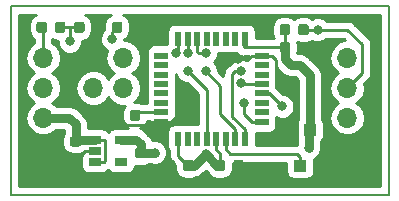
<source format=gtl>
G04 #@! TF.GenerationSoftware,KiCad,Pcbnew,(5.0.0-dirty)*
G04 #@! TF.CreationDate,2020-09-03T12:08:13+09:00*
G04 #@! TF.ProjectId,fake-fan-mk2,66616B652D66616E2D6D6B322E6B6963,rev?*
G04 #@! TF.SameCoordinates,Original*
G04 #@! TF.FileFunction,Copper,L1,Top,Signal*
G04 #@! TF.FilePolarity,Positive*
%FSLAX46Y46*%
G04 Gerber Fmt 4.6, Leading zero omitted, Abs format (unit mm)*
G04 Created by KiCad (PCBNEW (5.0.0-dirty)) date 09/03/20 12:08:13*
%MOMM*%
%LPD*%
G01*
G04 APERTURE LIST*
G04 #@! TA.AperFunction,NonConductor*
%ADD10C,0.200000*%
G04 #@! TD*
G04 #@! TA.AperFunction,Conductor*
%ADD11C,0.100000*%
G04 #@! TD*
G04 #@! TA.AperFunction,SMDPad,CuDef*
%ADD12C,0.875000*%
G04 #@! TD*
G04 #@! TA.AperFunction,SMDPad,CuDef*
%ADD13R,1.000000X1.000000*%
G04 #@! TD*
G04 #@! TA.AperFunction,SMDPad,CuDef*
%ADD14R,1.100000X1.000000*%
G04 #@! TD*
G04 #@! TA.AperFunction,SMDPad,CuDef*
%ADD15R,0.600000X1.200000*%
G04 #@! TD*
G04 #@! TA.AperFunction,SMDPad,CuDef*
%ADD16R,1.200000X0.600000*%
G04 #@! TD*
G04 #@! TA.AperFunction,ComponentPad*
%ADD17O,1.700000X1.700000*%
G04 #@! TD*
G04 #@! TA.AperFunction,ComponentPad*
%ADD18R,1.700000X1.700000*%
G04 #@! TD*
G04 #@! TA.AperFunction,SMDPad,CuDef*
%ADD19R,1.060000X0.650000*%
G04 #@! TD*
G04 #@! TA.AperFunction,ViaPad*
%ADD20C,0.800000*%
G04 #@! TD*
G04 #@! TA.AperFunction,Conductor*
%ADD21C,0.250000*%
G04 #@! TD*
G04 #@! TA.AperFunction,Conductor*
%ADD22C,0.750000*%
G04 #@! TD*
G04 #@! TA.AperFunction,Conductor*
%ADD23C,0.254000*%
G04 #@! TD*
G04 APERTURE END LIST*
D10*
X14000000Y-30000000D02*
X14000000Y-14000000D01*
X46000000Y-30000000D02*
X14000000Y-30000000D01*
X46000000Y-14000000D02*
X46000000Y-30000000D01*
X14000000Y-14000000D02*
X46000000Y-14000000D01*
D11*
G04 #@! TO.N,+3V3*
G04 #@! TO.C,C3*
G36*
X25277691Y-26026053D02*
X25298926Y-26029203D01*
X25319750Y-26034419D01*
X25339962Y-26041651D01*
X25359368Y-26050830D01*
X25377781Y-26061866D01*
X25395024Y-26074654D01*
X25410930Y-26089070D01*
X25425346Y-26104976D01*
X25438134Y-26122219D01*
X25449170Y-26140632D01*
X25458349Y-26160038D01*
X25465581Y-26180250D01*
X25470797Y-26201074D01*
X25473947Y-26222309D01*
X25475000Y-26243750D01*
X25475000Y-26681250D01*
X25473947Y-26702691D01*
X25470797Y-26723926D01*
X25465581Y-26744750D01*
X25458349Y-26764962D01*
X25449170Y-26784368D01*
X25438134Y-26802781D01*
X25425346Y-26820024D01*
X25410930Y-26835930D01*
X25395024Y-26850346D01*
X25377781Y-26863134D01*
X25359368Y-26874170D01*
X25339962Y-26883349D01*
X25319750Y-26890581D01*
X25298926Y-26895797D01*
X25277691Y-26898947D01*
X25256250Y-26900000D01*
X24743750Y-26900000D01*
X24722309Y-26898947D01*
X24701074Y-26895797D01*
X24680250Y-26890581D01*
X24660038Y-26883349D01*
X24640632Y-26874170D01*
X24622219Y-26863134D01*
X24604976Y-26850346D01*
X24589070Y-26835930D01*
X24574654Y-26820024D01*
X24561866Y-26802781D01*
X24550830Y-26784368D01*
X24541651Y-26764962D01*
X24534419Y-26744750D01*
X24529203Y-26723926D01*
X24526053Y-26702691D01*
X24525000Y-26681250D01*
X24525000Y-26243750D01*
X24526053Y-26222309D01*
X24529203Y-26201074D01*
X24534419Y-26180250D01*
X24541651Y-26160038D01*
X24550830Y-26140632D01*
X24561866Y-26122219D01*
X24574654Y-26104976D01*
X24589070Y-26089070D01*
X24604976Y-26074654D01*
X24622219Y-26061866D01*
X24640632Y-26050830D01*
X24660038Y-26041651D01*
X24680250Y-26034419D01*
X24701074Y-26029203D01*
X24722309Y-26026053D01*
X24743750Y-26025000D01*
X25256250Y-26025000D01*
X25277691Y-26026053D01*
X25277691Y-26026053D01*
G37*
D12*
G04 #@! TD*
G04 #@! TO.P,C3,2*
G04 #@! TO.N,+3V3*
X25000000Y-26462500D03*
D11*
G04 #@! TO.N,GND*
G04 #@! TO.C,C3*
G36*
X25277691Y-27601053D02*
X25298926Y-27604203D01*
X25319750Y-27609419D01*
X25339962Y-27616651D01*
X25359368Y-27625830D01*
X25377781Y-27636866D01*
X25395024Y-27649654D01*
X25410930Y-27664070D01*
X25425346Y-27679976D01*
X25438134Y-27697219D01*
X25449170Y-27715632D01*
X25458349Y-27735038D01*
X25465581Y-27755250D01*
X25470797Y-27776074D01*
X25473947Y-27797309D01*
X25475000Y-27818750D01*
X25475000Y-28256250D01*
X25473947Y-28277691D01*
X25470797Y-28298926D01*
X25465581Y-28319750D01*
X25458349Y-28339962D01*
X25449170Y-28359368D01*
X25438134Y-28377781D01*
X25425346Y-28395024D01*
X25410930Y-28410930D01*
X25395024Y-28425346D01*
X25377781Y-28438134D01*
X25359368Y-28449170D01*
X25339962Y-28458349D01*
X25319750Y-28465581D01*
X25298926Y-28470797D01*
X25277691Y-28473947D01*
X25256250Y-28475000D01*
X24743750Y-28475000D01*
X24722309Y-28473947D01*
X24701074Y-28470797D01*
X24680250Y-28465581D01*
X24660038Y-28458349D01*
X24640632Y-28449170D01*
X24622219Y-28438134D01*
X24604976Y-28425346D01*
X24589070Y-28410930D01*
X24574654Y-28395024D01*
X24561866Y-28377781D01*
X24550830Y-28359368D01*
X24541651Y-28339962D01*
X24534419Y-28319750D01*
X24529203Y-28298926D01*
X24526053Y-28277691D01*
X24525000Y-28256250D01*
X24525000Y-27818750D01*
X24526053Y-27797309D01*
X24529203Y-27776074D01*
X24534419Y-27755250D01*
X24541651Y-27735038D01*
X24550830Y-27715632D01*
X24561866Y-27697219D01*
X24574654Y-27679976D01*
X24589070Y-27664070D01*
X24604976Y-27649654D01*
X24622219Y-27636866D01*
X24640632Y-27625830D01*
X24660038Y-27616651D01*
X24680250Y-27609419D01*
X24701074Y-27604203D01*
X24722309Y-27601053D01*
X24743750Y-27600000D01*
X25256250Y-27600000D01*
X25277691Y-27601053D01*
X25277691Y-27601053D01*
G37*
D12*
G04 #@! TD*
G04 #@! TO.P,C3,1*
G04 #@! TO.N,GND*
X25000000Y-28037500D03*
D11*
G04 #@! TO.N,+3V3*
G04 #@! TO.C,C1*
G36*
X29277691Y-27026053D02*
X29298926Y-27029203D01*
X29319750Y-27034419D01*
X29339962Y-27041651D01*
X29359368Y-27050830D01*
X29377781Y-27061866D01*
X29395024Y-27074654D01*
X29410930Y-27089070D01*
X29425346Y-27104976D01*
X29438134Y-27122219D01*
X29449170Y-27140632D01*
X29458349Y-27160038D01*
X29465581Y-27180250D01*
X29470797Y-27201074D01*
X29473947Y-27222309D01*
X29475000Y-27243750D01*
X29475000Y-27756250D01*
X29473947Y-27777691D01*
X29470797Y-27798926D01*
X29465581Y-27819750D01*
X29458349Y-27839962D01*
X29449170Y-27859368D01*
X29438134Y-27877781D01*
X29425346Y-27895024D01*
X29410930Y-27910930D01*
X29395024Y-27925346D01*
X29377781Y-27938134D01*
X29359368Y-27949170D01*
X29339962Y-27958349D01*
X29319750Y-27965581D01*
X29298926Y-27970797D01*
X29277691Y-27973947D01*
X29256250Y-27975000D01*
X28818750Y-27975000D01*
X28797309Y-27973947D01*
X28776074Y-27970797D01*
X28755250Y-27965581D01*
X28735038Y-27958349D01*
X28715632Y-27949170D01*
X28697219Y-27938134D01*
X28679976Y-27925346D01*
X28664070Y-27910930D01*
X28649654Y-27895024D01*
X28636866Y-27877781D01*
X28625830Y-27859368D01*
X28616651Y-27839962D01*
X28609419Y-27819750D01*
X28604203Y-27798926D01*
X28601053Y-27777691D01*
X28600000Y-27756250D01*
X28600000Y-27243750D01*
X28601053Y-27222309D01*
X28604203Y-27201074D01*
X28609419Y-27180250D01*
X28616651Y-27160038D01*
X28625830Y-27140632D01*
X28636866Y-27122219D01*
X28649654Y-27104976D01*
X28664070Y-27089070D01*
X28679976Y-27074654D01*
X28697219Y-27061866D01*
X28715632Y-27050830D01*
X28735038Y-27041651D01*
X28755250Y-27034419D01*
X28776074Y-27029203D01*
X28797309Y-27026053D01*
X28818750Y-27025000D01*
X29256250Y-27025000D01*
X29277691Y-27026053D01*
X29277691Y-27026053D01*
G37*
D12*
G04 #@! TD*
G04 #@! TO.P,C1,2*
G04 #@! TO.N,+3V3*
X29037500Y-27500000D03*
D11*
G04 #@! TO.N,GND*
G04 #@! TO.C,C1*
G36*
X27702691Y-27026053D02*
X27723926Y-27029203D01*
X27744750Y-27034419D01*
X27764962Y-27041651D01*
X27784368Y-27050830D01*
X27802781Y-27061866D01*
X27820024Y-27074654D01*
X27835930Y-27089070D01*
X27850346Y-27104976D01*
X27863134Y-27122219D01*
X27874170Y-27140632D01*
X27883349Y-27160038D01*
X27890581Y-27180250D01*
X27895797Y-27201074D01*
X27898947Y-27222309D01*
X27900000Y-27243750D01*
X27900000Y-27756250D01*
X27898947Y-27777691D01*
X27895797Y-27798926D01*
X27890581Y-27819750D01*
X27883349Y-27839962D01*
X27874170Y-27859368D01*
X27863134Y-27877781D01*
X27850346Y-27895024D01*
X27835930Y-27910930D01*
X27820024Y-27925346D01*
X27802781Y-27938134D01*
X27784368Y-27949170D01*
X27764962Y-27958349D01*
X27744750Y-27965581D01*
X27723926Y-27970797D01*
X27702691Y-27973947D01*
X27681250Y-27975000D01*
X27243750Y-27975000D01*
X27222309Y-27973947D01*
X27201074Y-27970797D01*
X27180250Y-27965581D01*
X27160038Y-27958349D01*
X27140632Y-27949170D01*
X27122219Y-27938134D01*
X27104976Y-27925346D01*
X27089070Y-27910930D01*
X27074654Y-27895024D01*
X27061866Y-27877781D01*
X27050830Y-27859368D01*
X27041651Y-27839962D01*
X27034419Y-27819750D01*
X27029203Y-27798926D01*
X27026053Y-27777691D01*
X27025000Y-27756250D01*
X27025000Y-27243750D01*
X27026053Y-27222309D01*
X27029203Y-27201074D01*
X27034419Y-27180250D01*
X27041651Y-27160038D01*
X27050830Y-27140632D01*
X27061866Y-27122219D01*
X27074654Y-27104976D01*
X27089070Y-27089070D01*
X27104976Y-27074654D01*
X27122219Y-27061866D01*
X27140632Y-27050830D01*
X27160038Y-27041651D01*
X27180250Y-27034419D01*
X27201074Y-27029203D01*
X27222309Y-27026053D01*
X27243750Y-27025000D01*
X27681250Y-27025000D01*
X27702691Y-27026053D01*
X27702691Y-27026053D01*
G37*
D12*
G04 #@! TD*
G04 #@! TO.P,C1,1*
G04 #@! TO.N,GND*
X27462500Y-27500000D03*
D11*
G04 #@! TO.N,GND*
G04 #@! TO.C,C2*
G36*
X33527691Y-27026053D02*
X33548926Y-27029203D01*
X33569750Y-27034419D01*
X33589962Y-27041651D01*
X33609368Y-27050830D01*
X33627781Y-27061866D01*
X33645024Y-27074654D01*
X33660930Y-27089070D01*
X33675346Y-27104976D01*
X33688134Y-27122219D01*
X33699170Y-27140632D01*
X33708349Y-27160038D01*
X33715581Y-27180250D01*
X33720797Y-27201074D01*
X33723947Y-27222309D01*
X33725000Y-27243750D01*
X33725000Y-27756250D01*
X33723947Y-27777691D01*
X33720797Y-27798926D01*
X33715581Y-27819750D01*
X33708349Y-27839962D01*
X33699170Y-27859368D01*
X33688134Y-27877781D01*
X33675346Y-27895024D01*
X33660930Y-27910930D01*
X33645024Y-27925346D01*
X33627781Y-27938134D01*
X33609368Y-27949170D01*
X33589962Y-27958349D01*
X33569750Y-27965581D01*
X33548926Y-27970797D01*
X33527691Y-27973947D01*
X33506250Y-27975000D01*
X33068750Y-27975000D01*
X33047309Y-27973947D01*
X33026074Y-27970797D01*
X33005250Y-27965581D01*
X32985038Y-27958349D01*
X32965632Y-27949170D01*
X32947219Y-27938134D01*
X32929976Y-27925346D01*
X32914070Y-27910930D01*
X32899654Y-27895024D01*
X32886866Y-27877781D01*
X32875830Y-27859368D01*
X32866651Y-27839962D01*
X32859419Y-27819750D01*
X32854203Y-27798926D01*
X32851053Y-27777691D01*
X32850000Y-27756250D01*
X32850000Y-27243750D01*
X32851053Y-27222309D01*
X32854203Y-27201074D01*
X32859419Y-27180250D01*
X32866651Y-27160038D01*
X32875830Y-27140632D01*
X32886866Y-27122219D01*
X32899654Y-27104976D01*
X32914070Y-27089070D01*
X32929976Y-27074654D01*
X32947219Y-27061866D01*
X32965632Y-27050830D01*
X32985038Y-27041651D01*
X33005250Y-27034419D01*
X33026074Y-27029203D01*
X33047309Y-27026053D01*
X33068750Y-27025000D01*
X33506250Y-27025000D01*
X33527691Y-27026053D01*
X33527691Y-27026053D01*
G37*
D12*
G04 #@! TD*
G04 #@! TO.P,C2,1*
G04 #@! TO.N,GND*
X33287500Y-27500000D03*
D11*
G04 #@! TO.N,+3V3*
G04 #@! TO.C,C2*
G36*
X31952691Y-27026053D02*
X31973926Y-27029203D01*
X31994750Y-27034419D01*
X32014962Y-27041651D01*
X32034368Y-27050830D01*
X32052781Y-27061866D01*
X32070024Y-27074654D01*
X32085930Y-27089070D01*
X32100346Y-27104976D01*
X32113134Y-27122219D01*
X32124170Y-27140632D01*
X32133349Y-27160038D01*
X32140581Y-27180250D01*
X32145797Y-27201074D01*
X32148947Y-27222309D01*
X32150000Y-27243750D01*
X32150000Y-27756250D01*
X32148947Y-27777691D01*
X32145797Y-27798926D01*
X32140581Y-27819750D01*
X32133349Y-27839962D01*
X32124170Y-27859368D01*
X32113134Y-27877781D01*
X32100346Y-27895024D01*
X32085930Y-27910930D01*
X32070024Y-27925346D01*
X32052781Y-27938134D01*
X32034368Y-27949170D01*
X32014962Y-27958349D01*
X31994750Y-27965581D01*
X31973926Y-27970797D01*
X31952691Y-27973947D01*
X31931250Y-27975000D01*
X31493750Y-27975000D01*
X31472309Y-27973947D01*
X31451074Y-27970797D01*
X31430250Y-27965581D01*
X31410038Y-27958349D01*
X31390632Y-27949170D01*
X31372219Y-27938134D01*
X31354976Y-27925346D01*
X31339070Y-27910930D01*
X31324654Y-27895024D01*
X31311866Y-27877781D01*
X31300830Y-27859368D01*
X31291651Y-27839962D01*
X31284419Y-27819750D01*
X31279203Y-27798926D01*
X31276053Y-27777691D01*
X31275000Y-27756250D01*
X31275000Y-27243750D01*
X31276053Y-27222309D01*
X31279203Y-27201074D01*
X31284419Y-27180250D01*
X31291651Y-27160038D01*
X31300830Y-27140632D01*
X31311866Y-27122219D01*
X31324654Y-27104976D01*
X31339070Y-27089070D01*
X31354976Y-27074654D01*
X31372219Y-27061866D01*
X31390632Y-27050830D01*
X31410038Y-27041651D01*
X31430250Y-27034419D01*
X31451074Y-27029203D01*
X31472309Y-27026053D01*
X31493750Y-27025000D01*
X31931250Y-27025000D01*
X31952691Y-27026053D01*
X31952691Y-27026053D01*
G37*
D12*
G04 #@! TD*
G04 #@! TO.P,C2,2*
G04 #@! TO.N,+3V3*
X31712500Y-27500000D03*
D11*
G04 #@! TO.N,+3V3*
G04 #@! TO.C,C4*
G36*
X37452691Y-17026053D02*
X37473926Y-17029203D01*
X37494750Y-17034419D01*
X37514962Y-17041651D01*
X37534368Y-17050830D01*
X37552781Y-17061866D01*
X37570024Y-17074654D01*
X37585930Y-17089070D01*
X37600346Y-17104976D01*
X37613134Y-17122219D01*
X37624170Y-17140632D01*
X37633349Y-17160038D01*
X37640581Y-17180250D01*
X37645797Y-17201074D01*
X37648947Y-17222309D01*
X37650000Y-17243750D01*
X37650000Y-17756250D01*
X37648947Y-17777691D01*
X37645797Y-17798926D01*
X37640581Y-17819750D01*
X37633349Y-17839962D01*
X37624170Y-17859368D01*
X37613134Y-17877781D01*
X37600346Y-17895024D01*
X37585930Y-17910930D01*
X37570024Y-17925346D01*
X37552781Y-17938134D01*
X37534368Y-17949170D01*
X37514962Y-17958349D01*
X37494750Y-17965581D01*
X37473926Y-17970797D01*
X37452691Y-17973947D01*
X37431250Y-17975000D01*
X36993750Y-17975000D01*
X36972309Y-17973947D01*
X36951074Y-17970797D01*
X36930250Y-17965581D01*
X36910038Y-17958349D01*
X36890632Y-17949170D01*
X36872219Y-17938134D01*
X36854976Y-17925346D01*
X36839070Y-17910930D01*
X36824654Y-17895024D01*
X36811866Y-17877781D01*
X36800830Y-17859368D01*
X36791651Y-17839962D01*
X36784419Y-17819750D01*
X36779203Y-17798926D01*
X36776053Y-17777691D01*
X36775000Y-17756250D01*
X36775000Y-17243750D01*
X36776053Y-17222309D01*
X36779203Y-17201074D01*
X36784419Y-17180250D01*
X36791651Y-17160038D01*
X36800830Y-17140632D01*
X36811866Y-17122219D01*
X36824654Y-17104976D01*
X36839070Y-17089070D01*
X36854976Y-17074654D01*
X36872219Y-17061866D01*
X36890632Y-17050830D01*
X36910038Y-17041651D01*
X36930250Y-17034419D01*
X36951074Y-17029203D01*
X36972309Y-17026053D01*
X36993750Y-17025000D01*
X37431250Y-17025000D01*
X37452691Y-17026053D01*
X37452691Y-17026053D01*
G37*
D12*
G04 #@! TD*
G04 #@! TO.P,C4,2*
G04 #@! TO.N,+3V3*
X37212500Y-17500000D03*
D11*
G04 #@! TO.N,GND*
G04 #@! TO.C,C4*
G36*
X39027691Y-17026053D02*
X39048926Y-17029203D01*
X39069750Y-17034419D01*
X39089962Y-17041651D01*
X39109368Y-17050830D01*
X39127781Y-17061866D01*
X39145024Y-17074654D01*
X39160930Y-17089070D01*
X39175346Y-17104976D01*
X39188134Y-17122219D01*
X39199170Y-17140632D01*
X39208349Y-17160038D01*
X39215581Y-17180250D01*
X39220797Y-17201074D01*
X39223947Y-17222309D01*
X39225000Y-17243750D01*
X39225000Y-17756250D01*
X39223947Y-17777691D01*
X39220797Y-17798926D01*
X39215581Y-17819750D01*
X39208349Y-17839962D01*
X39199170Y-17859368D01*
X39188134Y-17877781D01*
X39175346Y-17895024D01*
X39160930Y-17910930D01*
X39145024Y-17925346D01*
X39127781Y-17938134D01*
X39109368Y-17949170D01*
X39089962Y-17958349D01*
X39069750Y-17965581D01*
X39048926Y-17970797D01*
X39027691Y-17973947D01*
X39006250Y-17975000D01*
X38568750Y-17975000D01*
X38547309Y-17973947D01*
X38526074Y-17970797D01*
X38505250Y-17965581D01*
X38485038Y-17958349D01*
X38465632Y-17949170D01*
X38447219Y-17938134D01*
X38429976Y-17925346D01*
X38414070Y-17910930D01*
X38399654Y-17895024D01*
X38386866Y-17877781D01*
X38375830Y-17859368D01*
X38366651Y-17839962D01*
X38359419Y-17819750D01*
X38354203Y-17798926D01*
X38351053Y-17777691D01*
X38350000Y-17756250D01*
X38350000Y-17243750D01*
X38351053Y-17222309D01*
X38354203Y-17201074D01*
X38359419Y-17180250D01*
X38366651Y-17160038D01*
X38375830Y-17140632D01*
X38386866Y-17122219D01*
X38399654Y-17104976D01*
X38414070Y-17089070D01*
X38429976Y-17074654D01*
X38447219Y-17061866D01*
X38465632Y-17050830D01*
X38485038Y-17041651D01*
X38505250Y-17034419D01*
X38526074Y-17029203D01*
X38547309Y-17026053D01*
X38568750Y-17025000D01*
X39006250Y-17025000D01*
X39027691Y-17026053D01*
X39027691Y-17026053D01*
G37*
D12*
G04 #@! TD*
G04 #@! TO.P,C4,1*
G04 #@! TO.N,GND*
X38787500Y-17500000D03*
D11*
G04 #@! TO.N,GND*
G04 #@! TO.C,R1*
G36*
X23202691Y-22776053D02*
X23223926Y-22779203D01*
X23244750Y-22784419D01*
X23264962Y-22791651D01*
X23284368Y-22800830D01*
X23302781Y-22811866D01*
X23320024Y-22824654D01*
X23335930Y-22839070D01*
X23350346Y-22854976D01*
X23363134Y-22872219D01*
X23374170Y-22890632D01*
X23383349Y-22910038D01*
X23390581Y-22930250D01*
X23395797Y-22951074D01*
X23398947Y-22972309D01*
X23400000Y-22993750D01*
X23400000Y-23506250D01*
X23398947Y-23527691D01*
X23395797Y-23548926D01*
X23390581Y-23569750D01*
X23383349Y-23589962D01*
X23374170Y-23609368D01*
X23363134Y-23627781D01*
X23350346Y-23645024D01*
X23335930Y-23660930D01*
X23320024Y-23675346D01*
X23302781Y-23688134D01*
X23284368Y-23699170D01*
X23264962Y-23708349D01*
X23244750Y-23715581D01*
X23223926Y-23720797D01*
X23202691Y-23723947D01*
X23181250Y-23725000D01*
X22743750Y-23725000D01*
X22722309Y-23723947D01*
X22701074Y-23720797D01*
X22680250Y-23715581D01*
X22660038Y-23708349D01*
X22640632Y-23699170D01*
X22622219Y-23688134D01*
X22604976Y-23675346D01*
X22589070Y-23660930D01*
X22574654Y-23645024D01*
X22561866Y-23627781D01*
X22550830Y-23609368D01*
X22541651Y-23589962D01*
X22534419Y-23569750D01*
X22529203Y-23548926D01*
X22526053Y-23527691D01*
X22525000Y-23506250D01*
X22525000Y-22993750D01*
X22526053Y-22972309D01*
X22529203Y-22951074D01*
X22534419Y-22930250D01*
X22541651Y-22910038D01*
X22550830Y-22890632D01*
X22561866Y-22872219D01*
X22574654Y-22854976D01*
X22589070Y-22839070D01*
X22604976Y-22824654D01*
X22622219Y-22811866D01*
X22640632Y-22800830D01*
X22660038Y-22791651D01*
X22680250Y-22784419D01*
X22701074Y-22779203D01*
X22722309Y-22776053D01*
X22743750Y-22775000D01*
X23181250Y-22775000D01*
X23202691Y-22776053D01*
X23202691Y-22776053D01*
G37*
D12*
G04 #@! TD*
G04 #@! TO.P,R1,2*
G04 #@! TO.N,GND*
X22962500Y-23250000D03*
D11*
G04 #@! TO.N,Net-(R1-Pad1)*
G04 #@! TO.C,R1*
G36*
X24777691Y-22776053D02*
X24798926Y-22779203D01*
X24819750Y-22784419D01*
X24839962Y-22791651D01*
X24859368Y-22800830D01*
X24877781Y-22811866D01*
X24895024Y-22824654D01*
X24910930Y-22839070D01*
X24925346Y-22854976D01*
X24938134Y-22872219D01*
X24949170Y-22890632D01*
X24958349Y-22910038D01*
X24965581Y-22930250D01*
X24970797Y-22951074D01*
X24973947Y-22972309D01*
X24975000Y-22993750D01*
X24975000Y-23506250D01*
X24973947Y-23527691D01*
X24970797Y-23548926D01*
X24965581Y-23569750D01*
X24958349Y-23589962D01*
X24949170Y-23609368D01*
X24938134Y-23627781D01*
X24925346Y-23645024D01*
X24910930Y-23660930D01*
X24895024Y-23675346D01*
X24877781Y-23688134D01*
X24859368Y-23699170D01*
X24839962Y-23708349D01*
X24819750Y-23715581D01*
X24798926Y-23720797D01*
X24777691Y-23723947D01*
X24756250Y-23725000D01*
X24318750Y-23725000D01*
X24297309Y-23723947D01*
X24276074Y-23720797D01*
X24255250Y-23715581D01*
X24235038Y-23708349D01*
X24215632Y-23699170D01*
X24197219Y-23688134D01*
X24179976Y-23675346D01*
X24164070Y-23660930D01*
X24149654Y-23645024D01*
X24136866Y-23627781D01*
X24125830Y-23609368D01*
X24116651Y-23589962D01*
X24109419Y-23569750D01*
X24104203Y-23548926D01*
X24101053Y-23527691D01*
X24100000Y-23506250D01*
X24100000Y-22993750D01*
X24101053Y-22972309D01*
X24104203Y-22951074D01*
X24109419Y-22930250D01*
X24116651Y-22910038D01*
X24125830Y-22890632D01*
X24136866Y-22872219D01*
X24149654Y-22854976D01*
X24164070Y-22839070D01*
X24179976Y-22824654D01*
X24197219Y-22811866D01*
X24215632Y-22800830D01*
X24235038Y-22791651D01*
X24255250Y-22784419D01*
X24276074Y-22779203D01*
X24297309Y-22776053D01*
X24318750Y-22775000D01*
X24756250Y-22775000D01*
X24777691Y-22776053D01*
X24777691Y-22776053D01*
G37*
D12*
G04 #@! TD*
G04 #@! TO.P,R1,1*
G04 #@! TO.N,Net-(R1-Pad1)*
X24537500Y-23250000D03*
D13*
G04 #@! TO.P,RV1,3*
G04 #@! TO.N,GND*
X37650000Y-24500000D03*
G04 #@! TO.P,RV1,1*
G04 #@! TO.N,+3V3*
X39350000Y-24500000D03*
D14*
G04 #@! TO.P,RV1,2*
G04 #@! TO.N,/VR1*
X38500000Y-27500000D03*
G04 #@! TD*
D15*
G04 #@! TO.P,U2,1*
G04 #@! TO.N,+3V3*
X28200000Y-25250000D03*
G04 #@! TO.P,U2,2*
G04 #@! TO.N,N/C*
X29000000Y-25250000D03*
G04 #@! TO.P,U2,3*
X29800000Y-25250000D03*
G04 #@! TO.P,U2,4*
G04 #@! TO.N,/NRST*
X30600000Y-25250000D03*
G04 #@! TO.P,U2,5*
G04 #@! TO.N,+3V3*
X31400000Y-25250000D03*
G04 #@! TO.P,U2,6*
G04 #@! TO.N,/VR1*
X32200000Y-25250000D03*
G04 #@! TO.P,U2,7*
G04 #@! TO.N,/PWMIN_3V*
X33000000Y-25250000D03*
G04 #@! TO.P,U2,8*
G04 #@! TO.N,/USART1_TX*
X33800000Y-25250000D03*
D16*
G04 #@! TO.P,U2,9*
G04 #@! TO.N,/USART1_RX*
X35250000Y-23800000D03*
G04 #@! TO.P,U2,10*
G04 #@! TO.N,N/C*
X35250000Y-23000000D03*
G04 #@! TO.P,U2,11*
X35250000Y-22200000D03*
G04 #@! TO.P,U2,12*
G04 #@! TO.N,/FAN_PWM*
X35250000Y-21400000D03*
G04 #@! TO.P,U2,13*
G04 #@! TO.N,/FAKE_PULSE*
X35250000Y-20600000D03*
G04 #@! TO.P,U2,14*
G04 #@! TO.N,N/C*
X35250000Y-19800000D03*
G04 #@! TO.P,U2,15*
X35250000Y-19000000D03*
G04 #@! TO.P,U2,16*
G04 #@! TO.N,GND*
X35250000Y-18200000D03*
D15*
G04 #@! TO.P,U2,17*
G04 #@! TO.N,+3V3*
X33800000Y-16750000D03*
G04 #@! TO.P,U2,18*
G04 #@! TO.N,N/C*
X33000000Y-16750000D03*
G04 #@! TO.P,U2,19*
X32200000Y-16750000D03*
G04 #@! TO.P,U2,20*
X31400000Y-16750000D03*
G04 #@! TO.P,U2,21*
X30600000Y-16750000D03*
G04 #@! TO.P,U2,22*
G04 #@! TO.N,/FAN_PULSE*
X29800000Y-16750000D03*
G04 #@! TO.P,U2,23*
G04 #@! TO.N,/SWDIO*
X29000000Y-16750000D03*
G04 #@! TO.P,U2,24*
G04 #@! TO.N,/SYS_CLK*
X28200000Y-16750000D03*
D16*
G04 #@! TO.P,U2,25*
G04 #@! TO.N,N/C*
X26750000Y-18200000D03*
G04 #@! TO.P,U2,26*
X26750000Y-19000000D03*
G04 #@! TO.P,U2,27*
X26750000Y-19800000D03*
G04 #@! TO.P,U2,28*
X26750000Y-20600000D03*
G04 #@! TO.P,U2,29*
X26750000Y-21400000D03*
G04 #@! TO.P,U2,30*
X26750000Y-22200000D03*
G04 #@! TO.P,U2,31*
G04 #@! TO.N,Net-(R1-Pad1)*
X26750000Y-23000000D03*
G04 #@! TO.P,U2,32*
G04 #@! TO.N,GND*
X26750000Y-23800000D03*
G04 #@! TD*
D17*
G04 #@! TO.P,J1,4*
G04 #@! TO.N,/PWMIN*
X16750000Y-18380000D03*
G04 #@! TO.P,J1,3*
G04 #@! TO.N,/FAKE_PULSE*
X16750000Y-20920000D03*
G04 #@! TO.P,J1,2*
G04 #@! TO.N,+12V*
X16750000Y-23460000D03*
D18*
G04 #@! TO.P,J1,1*
G04 #@! TO.N,GND*
X16750000Y-26000000D03*
G04 #@! TD*
G04 #@! TO.P,J2,1*
G04 #@! TO.N,GND*
X42500000Y-26000000D03*
D17*
G04 #@! TO.P,J2,2*
G04 #@! TO.N,+12V*
X42500000Y-23460000D03*
G04 #@! TO.P,J2,3*
G04 #@! TO.N,/FAN_PULSE*
X42500000Y-20920000D03*
G04 #@! TO.P,J2,4*
G04 #@! TO.N,/FAN_PWM*
X42500000Y-18380000D03*
G04 #@! TD*
D18*
G04 #@! TO.P,J3,1*
G04 #@! TO.N,GND*
X21000000Y-18400000D03*
D17*
G04 #@! TO.P,J3,2*
G04 #@! TO.N,/SYS_CLK*
X23540000Y-18400000D03*
G04 #@! TO.P,J3,3*
G04 #@! TO.N,/NRST*
X21000000Y-20940000D03*
G04 #@! TO.P,J3,4*
G04 #@! TO.N,/SWDIO*
X23540000Y-20940000D03*
G04 #@! TD*
D19*
G04 #@! TO.P,U1,1*
G04 #@! TO.N,+12V*
X21150000Y-25300000D03*
G04 #@! TO.P,U1,2*
G04 #@! TO.N,GND*
X21150000Y-26250000D03*
G04 #@! TO.P,U1,3*
G04 #@! TO.N,+12V*
X21150000Y-27200000D03*
G04 #@! TO.P,U1,4*
G04 #@! TO.N,N/C*
X23350000Y-27200000D03*
G04 #@! TO.P,U1,5*
G04 #@! TO.N,+3V3*
X23350000Y-25300000D03*
G04 #@! TD*
D11*
G04 #@! TO.N,GND*
G04 #@! TO.C,C5*
G36*
X19777691Y-26601053D02*
X19798926Y-26604203D01*
X19819750Y-26609419D01*
X19839962Y-26616651D01*
X19859368Y-26625830D01*
X19877781Y-26636866D01*
X19895024Y-26649654D01*
X19910930Y-26664070D01*
X19925346Y-26679976D01*
X19938134Y-26697219D01*
X19949170Y-26715632D01*
X19958349Y-26735038D01*
X19965581Y-26755250D01*
X19970797Y-26776074D01*
X19973947Y-26797309D01*
X19975000Y-26818750D01*
X19975000Y-27256250D01*
X19973947Y-27277691D01*
X19970797Y-27298926D01*
X19965581Y-27319750D01*
X19958349Y-27339962D01*
X19949170Y-27359368D01*
X19938134Y-27377781D01*
X19925346Y-27395024D01*
X19910930Y-27410930D01*
X19895024Y-27425346D01*
X19877781Y-27438134D01*
X19859368Y-27449170D01*
X19839962Y-27458349D01*
X19819750Y-27465581D01*
X19798926Y-27470797D01*
X19777691Y-27473947D01*
X19756250Y-27475000D01*
X19243750Y-27475000D01*
X19222309Y-27473947D01*
X19201074Y-27470797D01*
X19180250Y-27465581D01*
X19160038Y-27458349D01*
X19140632Y-27449170D01*
X19122219Y-27438134D01*
X19104976Y-27425346D01*
X19089070Y-27410930D01*
X19074654Y-27395024D01*
X19061866Y-27377781D01*
X19050830Y-27359368D01*
X19041651Y-27339962D01*
X19034419Y-27319750D01*
X19029203Y-27298926D01*
X19026053Y-27277691D01*
X19025000Y-27256250D01*
X19025000Y-26818750D01*
X19026053Y-26797309D01*
X19029203Y-26776074D01*
X19034419Y-26755250D01*
X19041651Y-26735038D01*
X19050830Y-26715632D01*
X19061866Y-26697219D01*
X19074654Y-26679976D01*
X19089070Y-26664070D01*
X19104976Y-26649654D01*
X19122219Y-26636866D01*
X19140632Y-26625830D01*
X19160038Y-26616651D01*
X19180250Y-26609419D01*
X19201074Y-26604203D01*
X19222309Y-26601053D01*
X19243750Y-26600000D01*
X19756250Y-26600000D01*
X19777691Y-26601053D01*
X19777691Y-26601053D01*
G37*
D12*
G04 #@! TD*
G04 #@! TO.P,C5,1*
G04 #@! TO.N,GND*
X19500000Y-27037500D03*
D11*
G04 #@! TO.N,+12V*
G04 #@! TO.C,C5*
G36*
X19777691Y-25026053D02*
X19798926Y-25029203D01*
X19819750Y-25034419D01*
X19839962Y-25041651D01*
X19859368Y-25050830D01*
X19877781Y-25061866D01*
X19895024Y-25074654D01*
X19910930Y-25089070D01*
X19925346Y-25104976D01*
X19938134Y-25122219D01*
X19949170Y-25140632D01*
X19958349Y-25160038D01*
X19965581Y-25180250D01*
X19970797Y-25201074D01*
X19973947Y-25222309D01*
X19975000Y-25243750D01*
X19975000Y-25681250D01*
X19973947Y-25702691D01*
X19970797Y-25723926D01*
X19965581Y-25744750D01*
X19958349Y-25764962D01*
X19949170Y-25784368D01*
X19938134Y-25802781D01*
X19925346Y-25820024D01*
X19910930Y-25835930D01*
X19895024Y-25850346D01*
X19877781Y-25863134D01*
X19859368Y-25874170D01*
X19839962Y-25883349D01*
X19819750Y-25890581D01*
X19798926Y-25895797D01*
X19777691Y-25898947D01*
X19756250Y-25900000D01*
X19243750Y-25900000D01*
X19222309Y-25898947D01*
X19201074Y-25895797D01*
X19180250Y-25890581D01*
X19160038Y-25883349D01*
X19140632Y-25874170D01*
X19122219Y-25863134D01*
X19104976Y-25850346D01*
X19089070Y-25835930D01*
X19074654Y-25820024D01*
X19061866Y-25802781D01*
X19050830Y-25784368D01*
X19041651Y-25764962D01*
X19034419Y-25744750D01*
X19029203Y-25723926D01*
X19026053Y-25702691D01*
X19025000Y-25681250D01*
X19025000Y-25243750D01*
X19026053Y-25222309D01*
X19029203Y-25201074D01*
X19034419Y-25180250D01*
X19041651Y-25160038D01*
X19050830Y-25140632D01*
X19061866Y-25122219D01*
X19074654Y-25104976D01*
X19089070Y-25089070D01*
X19104976Y-25074654D01*
X19122219Y-25061866D01*
X19140632Y-25050830D01*
X19160038Y-25041651D01*
X19180250Y-25034419D01*
X19201074Y-25029203D01*
X19222309Y-25026053D01*
X19243750Y-25025000D01*
X19756250Y-25025000D01*
X19777691Y-25026053D01*
X19777691Y-25026053D01*
G37*
D12*
G04 #@! TD*
G04 #@! TO.P,C5,2*
G04 #@! TO.N,+12V*
X19500000Y-25462500D03*
D11*
G04 #@! TO.N,GND*
G04 #@! TO.C,C6*
G36*
X24827691Y-15326053D02*
X24848926Y-15329203D01*
X24869750Y-15334419D01*
X24889962Y-15341651D01*
X24909368Y-15350830D01*
X24927781Y-15361866D01*
X24945024Y-15374654D01*
X24960930Y-15389070D01*
X24975346Y-15404976D01*
X24988134Y-15422219D01*
X24999170Y-15440632D01*
X25008349Y-15460038D01*
X25015581Y-15480250D01*
X25020797Y-15501074D01*
X25023947Y-15522309D01*
X25025000Y-15543750D01*
X25025000Y-16056250D01*
X25023947Y-16077691D01*
X25020797Y-16098926D01*
X25015581Y-16119750D01*
X25008349Y-16139962D01*
X24999170Y-16159368D01*
X24988134Y-16177781D01*
X24975346Y-16195024D01*
X24960930Y-16210930D01*
X24945024Y-16225346D01*
X24927781Y-16238134D01*
X24909368Y-16249170D01*
X24889962Y-16258349D01*
X24869750Y-16265581D01*
X24848926Y-16270797D01*
X24827691Y-16273947D01*
X24806250Y-16275000D01*
X24368750Y-16275000D01*
X24347309Y-16273947D01*
X24326074Y-16270797D01*
X24305250Y-16265581D01*
X24285038Y-16258349D01*
X24265632Y-16249170D01*
X24247219Y-16238134D01*
X24229976Y-16225346D01*
X24214070Y-16210930D01*
X24199654Y-16195024D01*
X24186866Y-16177781D01*
X24175830Y-16159368D01*
X24166651Y-16139962D01*
X24159419Y-16119750D01*
X24154203Y-16098926D01*
X24151053Y-16077691D01*
X24150000Y-16056250D01*
X24150000Y-15543750D01*
X24151053Y-15522309D01*
X24154203Y-15501074D01*
X24159419Y-15480250D01*
X24166651Y-15460038D01*
X24175830Y-15440632D01*
X24186866Y-15422219D01*
X24199654Y-15404976D01*
X24214070Y-15389070D01*
X24229976Y-15374654D01*
X24247219Y-15361866D01*
X24265632Y-15350830D01*
X24285038Y-15341651D01*
X24305250Y-15334419D01*
X24326074Y-15329203D01*
X24347309Y-15326053D01*
X24368750Y-15325000D01*
X24806250Y-15325000D01*
X24827691Y-15326053D01*
X24827691Y-15326053D01*
G37*
D12*
G04 #@! TD*
G04 #@! TO.P,C6,1*
G04 #@! TO.N,GND*
X24587500Y-15800000D03*
D11*
G04 #@! TO.N,/PWMIN_3V*
G04 #@! TO.C,C6*
G36*
X23252691Y-15326053D02*
X23273926Y-15329203D01*
X23294750Y-15334419D01*
X23314962Y-15341651D01*
X23334368Y-15350830D01*
X23352781Y-15361866D01*
X23370024Y-15374654D01*
X23385930Y-15389070D01*
X23400346Y-15404976D01*
X23413134Y-15422219D01*
X23424170Y-15440632D01*
X23433349Y-15460038D01*
X23440581Y-15480250D01*
X23445797Y-15501074D01*
X23448947Y-15522309D01*
X23450000Y-15543750D01*
X23450000Y-16056250D01*
X23448947Y-16077691D01*
X23445797Y-16098926D01*
X23440581Y-16119750D01*
X23433349Y-16139962D01*
X23424170Y-16159368D01*
X23413134Y-16177781D01*
X23400346Y-16195024D01*
X23385930Y-16210930D01*
X23370024Y-16225346D01*
X23352781Y-16238134D01*
X23334368Y-16249170D01*
X23314962Y-16258349D01*
X23294750Y-16265581D01*
X23273926Y-16270797D01*
X23252691Y-16273947D01*
X23231250Y-16275000D01*
X22793750Y-16275000D01*
X22772309Y-16273947D01*
X22751074Y-16270797D01*
X22730250Y-16265581D01*
X22710038Y-16258349D01*
X22690632Y-16249170D01*
X22672219Y-16238134D01*
X22654976Y-16225346D01*
X22639070Y-16210930D01*
X22624654Y-16195024D01*
X22611866Y-16177781D01*
X22600830Y-16159368D01*
X22591651Y-16139962D01*
X22584419Y-16119750D01*
X22579203Y-16098926D01*
X22576053Y-16077691D01*
X22575000Y-16056250D01*
X22575000Y-15543750D01*
X22576053Y-15522309D01*
X22579203Y-15501074D01*
X22584419Y-15480250D01*
X22591651Y-15460038D01*
X22600830Y-15440632D01*
X22611866Y-15422219D01*
X22624654Y-15404976D01*
X22639070Y-15389070D01*
X22654976Y-15374654D01*
X22672219Y-15361866D01*
X22690632Y-15350830D01*
X22710038Y-15341651D01*
X22730250Y-15334419D01*
X22751074Y-15329203D01*
X22772309Y-15326053D01*
X22793750Y-15325000D01*
X23231250Y-15325000D01*
X23252691Y-15326053D01*
X23252691Y-15326053D01*
G37*
D12*
G04 #@! TD*
G04 #@! TO.P,C6,2*
G04 #@! TO.N,/PWMIN_3V*
X23012500Y-15800000D03*
D11*
G04 #@! TO.N,/PWMIN_3V*
G04 #@! TO.C,R2*
G36*
X18427691Y-15326053D02*
X18448926Y-15329203D01*
X18469750Y-15334419D01*
X18489962Y-15341651D01*
X18509368Y-15350830D01*
X18527781Y-15361866D01*
X18545024Y-15374654D01*
X18560930Y-15389070D01*
X18575346Y-15404976D01*
X18588134Y-15422219D01*
X18599170Y-15440632D01*
X18608349Y-15460038D01*
X18615581Y-15480250D01*
X18620797Y-15501074D01*
X18623947Y-15522309D01*
X18625000Y-15543750D01*
X18625000Y-16056250D01*
X18623947Y-16077691D01*
X18620797Y-16098926D01*
X18615581Y-16119750D01*
X18608349Y-16139962D01*
X18599170Y-16159368D01*
X18588134Y-16177781D01*
X18575346Y-16195024D01*
X18560930Y-16210930D01*
X18545024Y-16225346D01*
X18527781Y-16238134D01*
X18509368Y-16249170D01*
X18489962Y-16258349D01*
X18469750Y-16265581D01*
X18448926Y-16270797D01*
X18427691Y-16273947D01*
X18406250Y-16275000D01*
X17968750Y-16275000D01*
X17947309Y-16273947D01*
X17926074Y-16270797D01*
X17905250Y-16265581D01*
X17885038Y-16258349D01*
X17865632Y-16249170D01*
X17847219Y-16238134D01*
X17829976Y-16225346D01*
X17814070Y-16210930D01*
X17799654Y-16195024D01*
X17786866Y-16177781D01*
X17775830Y-16159368D01*
X17766651Y-16139962D01*
X17759419Y-16119750D01*
X17754203Y-16098926D01*
X17751053Y-16077691D01*
X17750000Y-16056250D01*
X17750000Y-15543750D01*
X17751053Y-15522309D01*
X17754203Y-15501074D01*
X17759419Y-15480250D01*
X17766651Y-15460038D01*
X17775830Y-15440632D01*
X17786866Y-15422219D01*
X17799654Y-15404976D01*
X17814070Y-15389070D01*
X17829976Y-15374654D01*
X17847219Y-15361866D01*
X17865632Y-15350830D01*
X17885038Y-15341651D01*
X17905250Y-15334419D01*
X17926074Y-15329203D01*
X17947309Y-15326053D01*
X17968750Y-15325000D01*
X18406250Y-15325000D01*
X18427691Y-15326053D01*
X18427691Y-15326053D01*
G37*
D12*
G04 #@! TD*
G04 #@! TO.P,R2,1*
G04 #@! TO.N,/PWMIN_3V*
X18187500Y-15800000D03*
D11*
G04 #@! TO.N,/PWMIN*
G04 #@! TO.C,R2*
G36*
X16852691Y-15326053D02*
X16873926Y-15329203D01*
X16894750Y-15334419D01*
X16914962Y-15341651D01*
X16934368Y-15350830D01*
X16952781Y-15361866D01*
X16970024Y-15374654D01*
X16985930Y-15389070D01*
X17000346Y-15404976D01*
X17013134Y-15422219D01*
X17024170Y-15440632D01*
X17033349Y-15460038D01*
X17040581Y-15480250D01*
X17045797Y-15501074D01*
X17048947Y-15522309D01*
X17050000Y-15543750D01*
X17050000Y-16056250D01*
X17048947Y-16077691D01*
X17045797Y-16098926D01*
X17040581Y-16119750D01*
X17033349Y-16139962D01*
X17024170Y-16159368D01*
X17013134Y-16177781D01*
X17000346Y-16195024D01*
X16985930Y-16210930D01*
X16970024Y-16225346D01*
X16952781Y-16238134D01*
X16934368Y-16249170D01*
X16914962Y-16258349D01*
X16894750Y-16265581D01*
X16873926Y-16270797D01*
X16852691Y-16273947D01*
X16831250Y-16275000D01*
X16393750Y-16275000D01*
X16372309Y-16273947D01*
X16351074Y-16270797D01*
X16330250Y-16265581D01*
X16310038Y-16258349D01*
X16290632Y-16249170D01*
X16272219Y-16238134D01*
X16254976Y-16225346D01*
X16239070Y-16210930D01*
X16224654Y-16195024D01*
X16211866Y-16177781D01*
X16200830Y-16159368D01*
X16191651Y-16139962D01*
X16184419Y-16119750D01*
X16179203Y-16098926D01*
X16176053Y-16077691D01*
X16175000Y-16056250D01*
X16175000Y-15543750D01*
X16176053Y-15522309D01*
X16179203Y-15501074D01*
X16184419Y-15480250D01*
X16191651Y-15460038D01*
X16200830Y-15440632D01*
X16211866Y-15422219D01*
X16224654Y-15404976D01*
X16239070Y-15389070D01*
X16254976Y-15374654D01*
X16272219Y-15361866D01*
X16290632Y-15350830D01*
X16310038Y-15341651D01*
X16330250Y-15334419D01*
X16351074Y-15329203D01*
X16372309Y-15326053D01*
X16393750Y-15325000D01*
X16831250Y-15325000D01*
X16852691Y-15326053D01*
X16852691Y-15326053D01*
G37*
D12*
G04 #@! TD*
G04 #@! TO.P,R2,2*
G04 #@! TO.N,/PWMIN*
X16612500Y-15800000D03*
D11*
G04 #@! TO.N,/PWMIN_3V*
G04 #@! TO.C,R3*
G36*
X20052691Y-15326053D02*
X20073926Y-15329203D01*
X20094750Y-15334419D01*
X20114962Y-15341651D01*
X20134368Y-15350830D01*
X20152781Y-15361866D01*
X20170024Y-15374654D01*
X20185930Y-15389070D01*
X20200346Y-15404976D01*
X20213134Y-15422219D01*
X20224170Y-15440632D01*
X20233349Y-15460038D01*
X20240581Y-15480250D01*
X20245797Y-15501074D01*
X20248947Y-15522309D01*
X20250000Y-15543750D01*
X20250000Y-16056250D01*
X20248947Y-16077691D01*
X20245797Y-16098926D01*
X20240581Y-16119750D01*
X20233349Y-16139962D01*
X20224170Y-16159368D01*
X20213134Y-16177781D01*
X20200346Y-16195024D01*
X20185930Y-16210930D01*
X20170024Y-16225346D01*
X20152781Y-16238134D01*
X20134368Y-16249170D01*
X20114962Y-16258349D01*
X20094750Y-16265581D01*
X20073926Y-16270797D01*
X20052691Y-16273947D01*
X20031250Y-16275000D01*
X19593750Y-16275000D01*
X19572309Y-16273947D01*
X19551074Y-16270797D01*
X19530250Y-16265581D01*
X19510038Y-16258349D01*
X19490632Y-16249170D01*
X19472219Y-16238134D01*
X19454976Y-16225346D01*
X19439070Y-16210930D01*
X19424654Y-16195024D01*
X19411866Y-16177781D01*
X19400830Y-16159368D01*
X19391651Y-16139962D01*
X19384419Y-16119750D01*
X19379203Y-16098926D01*
X19376053Y-16077691D01*
X19375000Y-16056250D01*
X19375000Y-15543750D01*
X19376053Y-15522309D01*
X19379203Y-15501074D01*
X19384419Y-15480250D01*
X19391651Y-15460038D01*
X19400830Y-15440632D01*
X19411866Y-15422219D01*
X19424654Y-15404976D01*
X19439070Y-15389070D01*
X19454976Y-15374654D01*
X19472219Y-15361866D01*
X19490632Y-15350830D01*
X19510038Y-15341651D01*
X19530250Y-15334419D01*
X19551074Y-15329203D01*
X19572309Y-15326053D01*
X19593750Y-15325000D01*
X20031250Y-15325000D01*
X20052691Y-15326053D01*
X20052691Y-15326053D01*
G37*
D12*
G04 #@! TD*
G04 #@! TO.P,R3,2*
G04 #@! TO.N,/PWMIN_3V*
X19812500Y-15800000D03*
D11*
G04 #@! TO.N,GND*
G04 #@! TO.C,R3*
G36*
X21627691Y-15326053D02*
X21648926Y-15329203D01*
X21669750Y-15334419D01*
X21689962Y-15341651D01*
X21709368Y-15350830D01*
X21727781Y-15361866D01*
X21745024Y-15374654D01*
X21760930Y-15389070D01*
X21775346Y-15404976D01*
X21788134Y-15422219D01*
X21799170Y-15440632D01*
X21808349Y-15460038D01*
X21815581Y-15480250D01*
X21820797Y-15501074D01*
X21823947Y-15522309D01*
X21825000Y-15543750D01*
X21825000Y-16056250D01*
X21823947Y-16077691D01*
X21820797Y-16098926D01*
X21815581Y-16119750D01*
X21808349Y-16139962D01*
X21799170Y-16159368D01*
X21788134Y-16177781D01*
X21775346Y-16195024D01*
X21760930Y-16210930D01*
X21745024Y-16225346D01*
X21727781Y-16238134D01*
X21709368Y-16249170D01*
X21689962Y-16258349D01*
X21669750Y-16265581D01*
X21648926Y-16270797D01*
X21627691Y-16273947D01*
X21606250Y-16275000D01*
X21168750Y-16275000D01*
X21147309Y-16273947D01*
X21126074Y-16270797D01*
X21105250Y-16265581D01*
X21085038Y-16258349D01*
X21065632Y-16249170D01*
X21047219Y-16238134D01*
X21029976Y-16225346D01*
X21014070Y-16210930D01*
X20999654Y-16195024D01*
X20986866Y-16177781D01*
X20975830Y-16159368D01*
X20966651Y-16139962D01*
X20959419Y-16119750D01*
X20954203Y-16098926D01*
X20951053Y-16077691D01*
X20950000Y-16056250D01*
X20950000Y-15543750D01*
X20951053Y-15522309D01*
X20954203Y-15501074D01*
X20959419Y-15480250D01*
X20966651Y-15460038D01*
X20975830Y-15440632D01*
X20986866Y-15422219D01*
X20999654Y-15404976D01*
X21014070Y-15389070D01*
X21029976Y-15374654D01*
X21047219Y-15361866D01*
X21065632Y-15350830D01*
X21085038Y-15341651D01*
X21105250Y-15334419D01*
X21126074Y-15329203D01*
X21147309Y-15326053D01*
X21168750Y-15325000D01*
X21606250Y-15325000D01*
X21627691Y-15326053D01*
X21627691Y-15326053D01*
G37*
D12*
G04 #@! TD*
G04 #@! TO.P,R3,1*
G04 #@! TO.N,GND*
X21387500Y-15800000D03*
D11*
G04 #@! TO.N,/FAN_PULSE*
G04 #@! TO.C,R4*
G36*
X39027691Y-15526053D02*
X39048926Y-15529203D01*
X39069750Y-15534419D01*
X39089962Y-15541651D01*
X39109368Y-15550830D01*
X39127781Y-15561866D01*
X39145024Y-15574654D01*
X39160930Y-15589070D01*
X39175346Y-15604976D01*
X39188134Y-15622219D01*
X39199170Y-15640632D01*
X39208349Y-15660038D01*
X39215581Y-15680250D01*
X39220797Y-15701074D01*
X39223947Y-15722309D01*
X39225000Y-15743750D01*
X39225000Y-16256250D01*
X39223947Y-16277691D01*
X39220797Y-16298926D01*
X39215581Y-16319750D01*
X39208349Y-16339962D01*
X39199170Y-16359368D01*
X39188134Y-16377781D01*
X39175346Y-16395024D01*
X39160930Y-16410930D01*
X39145024Y-16425346D01*
X39127781Y-16438134D01*
X39109368Y-16449170D01*
X39089962Y-16458349D01*
X39069750Y-16465581D01*
X39048926Y-16470797D01*
X39027691Y-16473947D01*
X39006250Y-16475000D01*
X38568750Y-16475000D01*
X38547309Y-16473947D01*
X38526074Y-16470797D01*
X38505250Y-16465581D01*
X38485038Y-16458349D01*
X38465632Y-16449170D01*
X38447219Y-16438134D01*
X38429976Y-16425346D01*
X38414070Y-16410930D01*
X38399654Y-16395024D01*
X38386866Y-16377781D01*
X38375830Y-16359368D01*
X38366651Y-16339962D01*
X38359419Y-16319750D01*
X38354203Y-16298926D01*
X38351053Y-16277691D01*
X38350000Y-16256250D01*
X38350000Y-15743750D01*
X38351053Y-15722309D01*
X38354203Y-15701074D01*
X38359419Y-15680250D01*
X38366651Y-15660038D01*
X38375830Y-15640632D01*
X38386866Y-15622219D01*
X38399654Y-15604976D01*
X38414070Y-15589070D01*
X38429976Y-15574654D01*
X38447219Y-15561866D01*
X38465632Y-15550830D01*
X38485038Y-15541651D01*
X38505250Y-15534419D01*
X38526074Y-15529203D01*
X38547309Y-15526053D01*
X38568750Y-15525000D01*
X39006250Y-15525000D01*
X39027691Y-15526053D01*
X39027691Y-15526053D01*
G37*
D12*
G04 #@! TD*
G04 #@! TO.P,R4,1*
G04 #@! TO.N,/FAN_PULSE*
X38787500Y-16000000D03*
D11*
G04 #@! TO.N,+3V3*
G04 #@! TO.C,R4*
G36*
X37452691Y-15526053D02*
X37473926Y-15529203D01*
X37494750Y-15534419D01*
X37514962Y-15541651D01*
X37534368Y-15550830D01*
X37552781Y-15561866D01*
X37570024Y-15574654D01*
X37585930Y-15589070D01*
X37600346Y-15604976D01*
X37613134Y-15622219D01*
X37624170Y-15640632D01*
X37633349Y-15660038D01*
X37640581Y-15680250D01*
X37645797Y-15701074D01*
X37648947Y-15722309D01*
X37650000Y-15743750D01*
X37650000Y-16256250D01*
X37648947Y-16277691D01*
X37645797Y-16298926D01*
X37640581Y-16319750D01*
X37633349Y-16339962D01*
X37624170Y-16359368D01*
X37613134Y-16377781D01*
X37600346Y-16395024D01*
X37585930Y-16410930D01*
X37570024Y-16425346D01*
X37552781Y-16438134D01*
X37534368Y-16449170D01*
X37514962Y-16458349D01*
X37494750Y-16465581D01*
X37473926Y-16470797D01*
X37452691Y-16473947D01*
X37431250Y-16475000D01*
X36993750Y-16475000D01*
X36972309Y-16473947D01*
X36951074Y-16470797D01*
X36930250Y-16465581D01*
X36910038Y-16458349D01*
X36890632Y-16449170D01*
X36872219Y-16438134D01*
X36854976Y-16425346D01*
X36839070Y-16410930D01*
X36824654Y-16395024D01*
X36811866Y-16377781D01*
X36800830Y-16359368D01*
X36791651Y-16339962D01*
X36784419Y-16319750D01*
X36779203Y-16298926D01*
X36776053Y-16277691D01*
X36775000Y-16256250D01*
X36775000Y-15743750D01*
X36776053Y-15722309D01*
X36779203Y-15701074D01*
X36784419Y-15680250D01*
X36791651Y-15660038D01*
X36800830Y-15640632D01*
X36811866Y-15622219D01*
X36824654Y-15604976D01*
X36839070Y-15589070D01*
X36854976Y-15574654D01*
X36872219Y-15561866D01*
X36890632Y-15550830D01*
X36910038Y-15541651D01*
X36930250Y-15534419D01*
X36951074Y-15529203D01*
X36972309Y-15526053D01*
X36993750Y-15525000D01*
X37431250Y-15525000D01*
X37452691Y-15526053D01*
X37452691Y-15526053D01*
G37*
D12*
G04 #@! TD*
G04 #@! TO.P,R4,2*
G04 #@! TO.N,+3V3*
X37212500Y-16000000D03*
D20*
G04 #@! TO.N,GND*
X33250000Y-18500000D03*
X29000000Y-21500000D03*
X26000000Y-16000000D03*
X39750000Y-18500000D03*
G04 #@! TO.N,+3V3*
X39250000Y-26000000D03*
X26200000Y-26400000D03*
X30500000Y-26500000D03*
G04 #@! TO.N,/SYS_CLK*
X27987347Y-17987347D03*
G04 #@! TO.N,/SWDIO*
X29000000Y-18000000D03*
G04 #@! TO.N,/NRST*
X29000000Y-19500000D03*
G04 #@! TO.N,/PWMIN_3V*
X19000000Y-17000000D03*
X22600000Y-16800000D03*
X30500000Y-19500000D03*
G04 #@! TO.N,/FAKE_PULSE*
X33500000Y-20500000D03*
G04 #@! TO.N,/FAN_PULSE*
X30500000Y-18000000D03*
X40000000Y-16000000D03*
G04 #@! TO.N,/FAN_PWM*
X37000000Y-22500000D03*
G04 #@! TO.N,/USART1_TX*
X33500000Y-19500000D03*
G04 #@! TO.N,/USART1_RX*
X33750000Y-22250000D03*
G04 #@! TD*
D21*
G04 #@! TO.N,GND*
X20287500Y-26250000D02*
X19500000Y-27037500D01*
X21150000Y-26250000D02*
X20287500Y-26250000D01*
X34400000Y-18200000D02*
X34100000Y-18500000D01*
X35250000Y-18200000D02*
X34400000Y-18200000D01*
X34100000Y-18500000D02*
X33750000Y-18500000D01*
X33750000Y-18500000D02*
X33250000Y-18500000D01*
X36100000Y-18200000D02*
X35250000Y-18200000D01*
X37650000Y-24500000D02*
X37650000Y-23750000D01*
X27600000Y-23800000D02*
X29000000Y-22400000D01*
X26750000Y-23800000D02*
X27600000Y-23800000D01*
X29000000Y-22400000D02*
X29000000Y-21500000D01*
X23424112Y-23711612D02*
X22962500Y-23250000D01*
X23762510Y-24050010D02*
X23424112Y-23711612D01*
X25649990Y-24050010D02*
X23762510Y-24050010D01*
X25900000Y-23800000D02*
X25649990Y-24050010D01*
X26750000Y-23800000D02*
X25900000Y-23800000D01*
X37650000Y-23750000D02*
X38000000Y-23400000D01*
X38000000Y-23400000D02*
X38000000Y-20277462D01*
X36100000Y-18200000D02*
X36500000Y-18600000D01*
X36500000Y-18600000D02*
X36500000Y-19500000D01*
X37000000Y-20000000D02*
X37722538Y-20000000D01*
X36500000Y-19500000D02*
X37000000Y-20000000D01*
X38000000Y-20277462D02*
X37722538Y-20000000D01*
X24587500Y-15800000D02*
X25800000Y-15800000D01*
X25800000Y-15800000D02*
X26000000Y-16000000D01*
D22*
X39250000Y-17500000D02*
X38787500Y-17500000D01*
X39750000Y-18500000D02*
X39250000Y-17500000D01*
D21*
G04 #@! TO.N,+12V*
X16910000Y-23300000D02*
X16750000Y-23460000D01*
X21930000Y-25300000D02*
X21150000Y-25300000D01*
X22005001Y-25375001D02*
X21930000Y-25300000D01*
X22005001Y-27124999D02*
X22005001Y-25375001D01*
X21930000Y-27200000D02*
X22005001Y-27124999D01*
X21150000Y-27200000D02*
X21930000Y-27200000D01*
D22*
X19500000Y-25462500D02*
X19500000Y-24000000D01*
X18960000Y-23460000D02*
X16750000Y-23460000D01*
X19500000Y-24000000D02*
X18960000Y-23460000D01*
X19662500Y-25300000D02*
X21150000Y-25300000D01*
X19500000Y-25462500D02*
X19662500Y-25300000D01*
D21*
G04 #@! TO.N,+3V3*
X28200000Y-26662500D02*
X28200000Y-25250000D01*
X29037500Y-27500000D02*
X28200000Y-26662500D01*
X31400000Y-25250000D02*
X31400000Y-26150000D01*
X31712500Y-26462500D02*
X31712500Y-27500000D01*
X31400000Y-26150000D02*
X31712500Y-26462500D01*
D22*
X24630000Y-25300000D02*
X23350000Y-25300000D01*
X25000000Y-25670000D02*
X24630000Y-25300000D01*
X25000000Y-26462500D02*
X25000000Y-25670000D01*
X39250000Y-24600000D02*
X39350000Y-24500000D01*
X39250000Y-26000000D02*
X39250000Y-24600000D01*
D21*
X33750000Y-16800000D02*
X33800000Y-16750000D01*
X37212500Y-17500000D02*
X33750000Y-17500000D01*
X33750000Y-17500000D02*
X33750000Y-16800000D01*
D22*
X25062500Y-26400000D02*
X25000000Y-26462500D01*
X26200000Y-26400000D02*
X25062500Y-26400000D01*
D21*
X37212500Y-17500000D02*
X37212500Y-16000000D01*
D22*
X37212500Y-18500000D02*
X37212500Y-17500000D01*
X37712500Y-19000000D02*
X37212500Y-18500000D01*
X38500000Y-19000000D02*
X37712500Y-19000000D01*
X39350000Y-19850000D02*
X38500000Y-19000000D01*
X39350000Y-24500000D02*
X39350000Y-19850000D01*
X29500000Y-27500000D02*
X30500000Y-26500000D01*
X29037500Y-27500000D02*
X29500000Y-27500000D01*
X31500000Y-27500000D02*
X30500000Y-26500000D01*
X31712500Y-27500000D02*
X31500000Y-27500000D01*
D21*
G04 #@! TO.N,/SYS_CLK*
X28200000Y-16750000D02*
X28200000Y-17774694D01*
X28200000Y-17774694D02*
X27987347Y-17987347D01*
G04 #@! TO.N,/SWDIO*
X29000000Y-16750000D02*
X29000000Y-18000000D01*
G04 #@! TO.N,/NRST*
X30600000Y-21100000D02*
X30600000Y-25250000D01*
X29000000Y-19500000D02*
X30600000Y-21100000D01*
G04 #@! TO.N,/VR1*
X32200000Y-26100000D02*
X32600000Y-26500000D01*
X32200000Y-25250000D02*
X32200000Y-26100000D01*
X32600000Y-26500000D02*
X38250000Y-26500000D01*
X38500000Y-26750000D02*
X38500000Y-27500000D01*
X38250000Y-26500000D02*
X38500000Y-26750000D01*
G04 #@! TO.N,Net-(R1-Pad1)*
X24787500Y-23000000D02*
X24537500Y-23250000D01*
X26750000Y-23000000D02*
X24787500Y-23000000D01*
G04 #@! TO.N,/PWMIN_3V*
X19000000Y-15800000D02*
X19000000Y-17000000D01*
X19000000Y-15800000D02*
X19812500Y-15800000D01*
X18187500Y-15800000D02*
X19000000Y-15800000D01*
X22600000Y-16212500D02*
X23012500Y-15800000D01*
X22600000Y-16800000D02*
X22600000Y-16212500D01*
X31750000Y-23150000D02*
X31750000Y-20750000D01*
X33000000Y-24400000D02*
X31750000Y-23150000D01*
X33000000Y-25250000D02*
X33000000Y-24400000D01*
X31750000Y-20750000D02*
X30500000Y-19500000D01*
G04 #@! TO.N,/PWMIN*
X16750000Y-15937500D02*
X16612500Y-15800000D01*
X16750000Y-18380000D02*
X16750000Y-15937500D01*
G04 #@! TO.N,/FAKE_PULSE*
X33600000Y-20600000D02*
X33500000Y-20500000D01*
X35250000Y-20600000D02*
X33600000Y-20600000D01*
G04 #@! TO.N,/FAN_PULSE*
X38787500Y-16000000D02*
X40000000Y-16000000D01*
X29800000Y-17600000D02*
X29800000Y-16750000D01*
X29800000Y-17865685D02*
X29800000Y-17600000D01*
X29934315Y-18000000D02*
X29800000Y-17865685D01*
X30500000Y-18000000D02*
X29934315Y-18000000D01*
X43750000Y-19670000D02*
X42500000Y-20920000D01*
X43750000Y-17250000D02*
X43750000Y-19670000D01*
X40000000Y-16000000D02*
X42500000Y-16000000D01*
X42500000Y-16000000D02*
X43750000Y-17250000D01*
G04 #@! TO.N,/FAN_PWM*
X35250000Y-21400000D02*
X35900000Y-21400000D01*
X35900000Y-21400000D02*
X37000000Y-22500000D01*
G04 #@! TO.N,/USART1_TX*
X33000000Y-19500000D02*
X33500000Y-19500000D01*
X32774999Y-19725001D02*
X33000000Y-19500000D01*
X32774999Y-23374999D02*
X32774999Y-19725001D01*
X33800000Y-24400000D02*
X32774999Y-23374999D01*
X33800000Y-25250000D02*
X33800000Y-24400000D01*
G04 #@! TO.N,/USART1_RX*
X33750000Y-23150000D02*
X33750000Y-22250000D01*
X35250000Y-23800000D02*
X34400000Y-23800000D01*
X34400000Y-23800000D02*
X33750000Y-23150000D01*
G04 #@! TD*
D23*
G04 #@! TO.N,GND*
G36*
X16062273Y-14743495D02*
X15781261Y-14931261D01*
X15593495Y-15212273D01*
X15527560Y-15543750D01*
X15527560Y-16056250D01*
X15593495Y-16387727D01*
X15781261Y-16668739D01*
X15990001Y-16808214D01*
X15990001Y-17101822D01*
X15679375Y-17309375D01*
X15351161Y-17800582D01*
X15235908Y-18380000D01*
X15351161Y-18959418D01*
X15679375Y-19450625D01*
X15977761Y-19650000D01*
X15679375Y-19849375D01*
X15351161Y-20340582D01*
X15235908Y-20920000D01*
X15351161Y-21499418D01*
X15679375Y-21990625D01*
X15977761Y-22190000D01*
X15679375Y-22389375D01*
X15351161Y-22880582D01*
X15235908Y-23460000D01*
X15351161Y-24039418D01*
X15679375Y-24530625D01*
X16170582Y-24858839D01*
X16603744Y-24945000D01*
X16896256Y-24945000D01*
X17329418Y-24858839D01*
X17820625Y-24530625D01*
X17861133Y-24470000D01*
X18490001Y-24470000D01*
X18490000Y-24842673D01*
X18443495Y-24912273D01*
X18377560Y-25243750D01*
X18377560Y-25681250D01*
X18443495Y-26012727D01*
X18631261Y-26293739D01*
X18912273Y-26481505D01*
X19243750Y-26547440D01*
X19756250Y-26547440D01*
X20087727Y-26481505D01*
X20144617Y-26443493D01*
X20021843Y-26627235D01*
X19972560Y-26875000D01*
X19972560Y-27525000D01*
X20021843Y-27772765D01*
X20162191Y-27982809D01*
X20372235Y-28123157D01*
X20620000Y-28172440D01*
X21680000Y-28172440D01*
X21927765Y-28123157D01*
X22137809Y-27982809D01*
X22175766Y-27926003D01*
X22226537Y-27915904D01*
X22289414Y-27873891D01*
X22362191Y-27982809D01*
X22572235Y-28123157D01*
X22820000Y-28172440D01*
X23880000Y-28172440D01*
X24127765Y-28123157D01*
X24337809Y-27982809D01*
X24478157Y-27772765D01*
X24527440Y-27525000D01*
X24527440Y-27504413D01*
X24743750Y-27547440D01*
X25256250Y-27547440D01*
X25587727Y-27481505D01*
X25694742Y-27410000D01*
X25933771Y-27410000D01*
X25994126Y-27435000D01*
X26405874Y-27435000D01*
X26786280Y-27277431D01*
X27077431Y-26986280D01*
X27235000Y-26605874D01*
X27235000Y-26194126D01*
X27077431Y-25813720D01*
X26786280Y-25522569D01*
X26405874Y-25365000D01*
X25994126Y-25365000D01*
X25971022Y-25374570D01*
X25951399Y-25275918D01*
X25728169Y-24941831D01*
X25643835Y-24885481D01*
X25414518Y-24656164D01*
X25358169Y-24571831D01*
X25024082Y-24348601D01*
X24950089Y-24333883D01*
X25087727Y-24306505D01*
X25368739Y-24118739D01*
X25556505Y-23837727D01*
X25571966Y-23760000D01*
X25695470Y-23760000D01*
X25902235Y-23898157D01*
X26150000Y-23947440D01*
X27350000Y-23947440D01*
X27597765Y-23898157D01*
X27807809Y-23757809D01*
X27948157Y-23547765D01*
X27997440Y-23300000D01*
X27997440Y-22700000D01*
X27977549Y-22600000D01*
X27997440Y-22500000D01*
X27997440Y-21900000D01*
X27977549Y-21800000D01*
X27997440Y-21700000D01*
X27997440Y-21100000D01*
X27977549Y-21000000D01*
X27997440Y-20900000D01*
X27997440Y-20300000D01*
X27977549Y-20200000D01*
X27997440Y-20100000D01*
X27997440Y-19784191D01*
X28122569Y-20086280D01*
X28413720Y-20377431D01*
X28794126Y-20535000D01*
X28960199Y-20535000D01*
X29840000Y-21414802D01*
X29840001Y-24002560D01*
X29500000Y-24002560D01*
X29400000Y-24022451D01*
X29300000Y-24002560D01*
X28700000Y-24002560D01*
X28600000Y-24022451D01*
X28500000Y-24002560D01*
X27900000Y-24002560D01*
X27652235Y-24051843D01*
X27442191Y-24192191D01*
X27301843Y-24402235D01*
X27252560Y-24650000D01*
X27252560Y-25850000D01*
X27301843Y-26097765D01*
X27440000Y-26304530D01*
X27440000Y-26587653D01*
X27425112Y-26662500D01*
X27440000Y-26737347D01*
X27440000Y-26737351D01*
X27484096Y-26959036D01*
X27652071Y-27210429D01*
X27715530Y-27252831D01*
X27952560Y-27489861D01*
X27952560Y-27756250D01*
X28018495Y-28087727D01*
X28206261Y-28368739D01*
X28487273Y-28556505D01*
X28818750Y-28622440D01*
X29256250Y-28622440D01*
X29587727Y-28556505D01*
X29681849Y-28493615D01*
X29894082Y-28451399D01*
X30228169Y-28228169D01*
X30284517Y-28143838D01*
X30500000Y-27928356D01*
X30715484Y-28143840D01*
X30771831Y-28228169D01*
X30799840Y-28246884D01*
X30881261Y-28368739D01*
X31162273Y-28556505D01*
X31493750Y-28622440D01*
X31931250Y-28622440D01*
X32262727Y-28556505D01*
X32543739Y-28368739D01*
X32731505Y-28087727D01*
X32797440Y-27756250D01*
X32797440Y-27260000D01*
X37302560Y-27260000D01*
X37302560Y-28000000D01*
X37351843Y-28247765D01*
X37492191Y-28457809D01*
X37702235Y-28598157D01*
X37950000Y-28647440D01*
X39050000Y-28647440D01*
X39297765Y-28598157D01*
X39507809Y-28457809D01*
X39648157Y-28247765D01*
X39697440Y-28000000D01*
X39697440Y-27000000D01*
X39685484Y-26939893D01*
X39836280Y-26877431D01*
X40127431Y-26586280D01*
X40285000Y-26205874D01*
X40285000Y-25794126D01*
X40260000Y-25733771D01*
X40260000Y-25489754D01*
X40307809Y-25457809D01*
X40448157Y-25247765D01*
X40497440Y-25000000D01*
X40497440Y-24000000D01*
X40448157Y-23752235D01*
X40360000Y-23620300D01*
X40360000Y-19949472D01*
X40379786Y-19850000D01*
X40360000Y-19750528D01*
X40360000Y-19750524D01*
X40310168Y-19500001D01*
X40301399Y-19455917D01*
X40134518Y-19206162D01*
X40134516Y-19206160D01*
X40078169Y-19121831D01*
X39993840Y-19065484D01*
X39284517Y-18356162D01*
X39228169Y-18271831D01*
X39129458Y-18205874D01*
X39110521Y-18193221D01*
X38894082Y-18048601D01*
X38599476Y-17990000D01*
X38599471Y-17990000D01*
X38500000Y-17970214D01*
X38400529Y-17990000D01*
X38250944Y-17990000D01*
X38297440Y-17756250D01*
X38297440Y-17243750D01*
X38261139Y-17061252D01*
X38568750Y-17122440D01*
X39006250Y-17122440D01*
X39337727Y-17056505D01*
X39532251Y-16926528D01*
X39794126Y-17035000D01*
X40205874Y-17035000D01*
X40586280Y-16877431D01*
X40703711Y-16760000D01*
X42185199Y-16760000D01*
X42325764Y-16900566D01*
X41920582Y-16981161D01*
X41429375Y-17309375D01*
X41101161Y-17800582D01*
X40985908Y-18380000D01*
X41101161Y-18959418D01*
X41429375Y-19450625D01*
X41727761Y-19650000D01*
X41429375Y-19849375D01*
X41101161Y-20340582D01*
X40985908Y-20920000D01*
X41101161Y-21499418D01*
X41429375Y-21990625D01*
X41727761Y-22190000D01*
X41429375Y-22389375D01*
X41101161Y-22880582D01*
X40985908Y-23460000D01*
X41101161Y-24039418D01*
X41429375Y-24530625D01*
X41920582Y-24858839D01*
X42353744Y-24945000D01*
X42646256Y-24945000D01*
X43079418Y-24858839D01*
X43570625Y-24530625D01*
X43898839Y-24039418D01*
X44014092Y-23460000D01*
X43898839Y-22880582D01*
X43570625Y-22389375D01*
X43272239Y-22190000D01*
X43570625Y-21990625D01*
X43898839Y-21499418D01*
X44014092Y-20920000D01*
X43941209Y-20553592D01*
X44234473Y-20260329D01*
X44297929Y-20217929D01*
X44465904Y-19966537D01*
X44510000Y-19744852D01*
X44510000Y-19744847D01*
X44524888Y-19670000D01*
X44510000Y-19595153D01*
X44510000Y-17324847D01*
X44524888Y-17250000D01*
X44510000Y-17175153D01*
X44510000Y-17175148D01*
X44465904Y-16953463D01*
X44297929Y-16702071D01*
X44234473Y-16659671D01*
X43090331Y-15515530D01*
X43047929Y-15452071D01*
X42796537Y-15284096D01*
X42574852Y-15240000D01*
X42574847Y-15240000D01*
X42500000Y-15225112D01*
X42425153Y-15240000D01*
X40703711Y-15240000D01*
X40586280Y-15122569D01*
X40205874Y-14965000D01*
X39794126Y-14965000D01*
X39532251Y-15073472D01*
X39337727Y-14943495D01*
X39006250Y-14877560D01*
X38568750Y-14877560D01*
X38237273Y-14943495D01*
X38000000Y-15102036D01*
X37762727Y-14943495D01*
X37431250Y-14877560D01*
X36993750Y-14877560D01*
X36662273Y-14943495D01*
X36381261Y-15131261D01*
X36193495Y-15412273D01*
X36127560Y-15743750D01*
X36127560Y-16256250D01*
X36193495Y-16587727D01*
X36295240Y-16740000D01*
X34747440Y-16740000D01*
X34747440Y-16150000D01*
X34698157Y-15902235D01*
X34557809Y-15692191D01*
X34347765Y-15551843D01*
X34100000Y-15502560D01*
X33500000Y-15502560D01*
X33400000Y-15522451D01*
X33300000Y-15502560D01*
X32700000Y-15502560D01*
X32600000Y-15522451D01*
X32500000Y-15502560D01*
X31900000Y-15502560D01*
X31800000Y-15522451D01*
X31700000Y-15502560D01*
X31100000Y-15502560D01*
X31000000Y-15522451D01*
X30900000Y-15502560D01*
X30300000Y-15502560D01*
X30200000Y-15522451D01*
X30100000Y-15502560D01*
X29500000Y-15502560D01*
X29400000Y-15522451D01*
X29300000Y-15502560D01*
X28700000Y-15502560D01*
X28600000Y-15522451D01*
X28500000Y-15502560D01*
X27900000Y-15502560D01*
X27652235Y-15551843D01*
X27442191Y-15692191D01*
X27301843Y-15902235D01*
X27252560Y-16150000D01*
X27252560Y-17252560D01*
X26150000Y-17252560D01*
X25902235Y-17301843D01*
X25692191Y-17442191D01*
X25551843Y-17652235D01*
X25502560Y-17900000D01*
X25502560Y-18500000D01*
X25522451Y-18600000D01*
X25502560Y-18700000D01*
X25502560Y-19300000D01*
X25522451Y-19400000D01*
X25502560Y-19500000D01*
X25502560Y-20100000D01*
X25522451Y-20200000D01*
X25502560Y-20300000D01*
X25502560Y-20900000D01*
X25522451Y-21000000D01*
X25502560Y-21100000D01*
X25502560Y-21700000D01*
X25522451Y-21800000D01*
X25502560Y-21900000D01*
X25502560Y-22240000D01*
X25157327Y-22240000D01*
X25087727Y-22193495D01*
X24756250Y-22127560D01*
X24435619Y-22127560D01*
X24610625Y-22010625D01*
X24938839Y-21519418D01*
X25054092Y-20940000D01*
X24938839Y-20360582D01*
X24610625Y-19869375D01*
X24312239Y-19670000D01*
X24610625Y-19470625D01*
X24938839Y-18979418D01*
X25054092Y-18400000D01*
X24938839Y-17820582D01*
X24610625Y-17329375D01*
X24119418Y-17001161D01*
X23686256Y-16915000D01*
X23635000Y-16915000D01*
X23635000Y-16808214D01*
X23843739Y-16668739D01*
X24031505Y-16387727D01*
X24097440Y-16056250D01*
X24097440Y-15543750D01*
X24031505Y-15212273D01*
X23843739Y-14931261D01*
X23562727Y-14743495D01*
X23520020Y-14735000D01*
X45265000Y-14735000D01*
X45265001Y-29265000D01*
X14735000Y-29265000D01*
X14735000Y-14735000D01*
X16104980Y-14735000D01*
X16062273Y-14743495D01*
X16062273Y-14743495D01*
G37*
X16062273Y-14743495D02*
X15781261Y-14931261D01*
X15593495Y-15212273D01*
X15527560Y-15543750D01*
X15527560Y-16056250D01*
X15593495Y-16387727D01*
X15781261Y-16668739D01*
X15990001Y-16808214D01*
X15990001Y-17101822D01*
X15679375Y-17309375D01*
X15351161Y-17800582D01*
X15235908Y-18380000D01*
X15351161Y-18959418D01*
X15679375Y-19450625D01*
X15977761Y-19650000D01*
X15679375Y-19849375D01*
X15351161Y-20340582D01*
X15235908Y-20920000D01*
X15351161Y-21499418D01*
X15679375Y-21990625D01*
X15977761Y-22190000D01*
X15679375Y-22389375D01*
X15351161Y-22880582D01*
X15235908Y-23460000D01*
X15351161Y-24039418D01*
X15679375Y-24530625D01*
X16170582Y-24858839D01*
X16603744Y-24945000D01*
X16896256Y-24945000D01*
X17329418Y-24858839D01*
X17820625Y-24530625D01*
X17861133Y-24470000D01*
X18490001Y-24470000D01*
X18490000Y-24842673D01*
X18443495Y-24912273D01*
X18377560Y-25243750D01*
X18377560Y-25681250D01*
X18443495Y-26012727D01*
X18631261Y-26293739D01*
X18912273Y-26481505D01*
X19243750Y-26547440D01*
X19756250Y-26547440D01*
X20087727Y-26481505D01*
X20144617Y-26443493D01*
X20021843Y-26627235D01*
X19972560Y-26875000D01*
X19972560Y-27525000D01*
X20021843Y-27772765D01*
X20162191Y-27982809D01*
X20372235Y-28123157D01*
X20620000Y-28172440D01*
X21680000Y-28172440D01*
X21927765Y-28123157D01*
X22137809Y-27982809D01*
X22175766Y-27926003D01*
X22226537Y-27915904D01*
X22289414Y-27873891D01*
X22362191Y-27982809D01*
X22572235Y-28123157D01*
X22820000Y-28172440D01*
X23880000Y-28172440D01*
X24127765Y-28123157D01*
X24337809Y-27982809D01*
X24478157Y-27772765D01*
X24527440Y-27525000D01*
X24527440Y-27504413D01*
X24743750Y-27547440D01*
X25256250Y-27547440D01*
X25587727Y-27481505D01*
X25694742Y-27410000D01*
X25933771Y-27410000D01*
X25994126Y-27435000D01*
X26405874Y-27435000D01*
X26786280Y-27277431D01*
X27077431Y-26986280D01*
X27235000Y-26605874D01*
X27235000Y-26194126D01*
X27077431Y-25813720D01*
X26786280Y-25522569D01*
X26405874Y-25365000D01*
X25994126Y-25365000D01*
X25971022Y-25374570D01*
X25951399Y-25275918D01*
X25728169Y-24941831D01*
X25643835Y-24885481D01*
X25414518Y-24656164D01*
X25358169Y-24571831D01*
X25024082Y-24348601D01*
X24950089Y-24333883D01*
X25087727Y-24306505D01*
X25368739Y-24118739D01*
X25556505Y-23837727D01*
X25571966Y-23760000D01*
X25695470Y-23760000D01*
X25902235Y-23898157D01*
X26150000Y-23947440D01*
X27350000Y-23947440D01*
X27597765Y-23898157D01*
X27807809Y-23757809D01*
X27948157Y-23547765D01*
X27997440Y-23300000D01*
X27997440Y-22700000D01*
X27977549Y-22600000D01*
X27997440Y-22500000D01*
X27997440Y-21900000D01*
X27977549Y-21800000D01*
X27997440Y-21700000D01*
X27997440Y-21100000D01*
X27977549Y-21000000D01*
X27997440Y-20900000D01*
X27997440Y-20300000D01*
X27977549Y-20200000D01*
X27997440Y-20100000D01*
X27997440Y-19784191D01*
X28122569Y-20086280D01*
X28413720Y-20377431D01*
X28794126Y-20535000D01*
X28960199Y-20535000D01*
X29840000Y-21414802D01*
X29840001Y-24002560D01*
X29500000Y-24002560D01*
X29400000Y-24022451D01*
X29300000Y-24002560D01*
X28700000Y-24002560D01*
X28600000Y-24022451D01*
X28500000Y-24002560D01*
X27900000Y-24002560D01*
X27652235Y-24051843D01*
X27442191Y-24192191D01*
X27301843Y-24402235D01*
X27252560Y-24650000D01*
X27252560Y-25850000D01*
X27301843Y-26097765D01*
X27440000Y-26304530D01*
X27440000Y-26587653D01*
X27425112Y-26662500D01*
X27440000Y-26737347D01*
X27440000Y-26737351D01*
X27484096Y-26959036D01*
X27652071Y-27210429D01*
X27715530Y-27252831D01*
X27952560Y-27489861D01*
X27952560Y-27756250D01*
X28018495Y-28087727D01*
X28206261Y-28368739D01*
X28487273Y-28556505D01*
X28818750Y-28622440D01*
X29256250Y-28622440D01*
X29587727Y-28556505D01*
X29681849Y-28493615D01*
X29894082Y-28451399D01*
X30228169Y-28228169D01*
X30284517Y-28143838D01*
X30500000Y-27928356D01*
X30715484Y-28143840D01*
X30771831Y-28228169D01*
X30799840Y-28246884D01*
X30881261Y-28368739D01*
X31162273Y-28556505D01*
X31493750Y-28622440D01*
X31931250Y-28622440D01*
X32262727Y-28556505D01*
X32543739Y-28368739D01*
X32731505Y-28087727D01*
X32797440Y-27756250D01*
X32797440Y-27260000D01*
X37302560Y-27260000D01*
X37302560Y-28000000D01*
X37351843Y-28247765D01*
X37492191Y-28457809D01*
X37702235Y-28598157D01*
X37950000Y-28647440D01*
X39050000Y-28647440D01*
X39297765Y-28598157D01*
X39507809Y-28457809D01*
X39648157Y-28247765D01*
X39697440Y-28000000D01*
X39697440Y-27000000D01*
X39685484Y-26939893D01*
X39836280Y-26877431D01*
X40127431Y-26586280D01*
X40285000Y-26205874D01*
X40285000Y-25794126D01*
X40260000Y-25733771D01*
X40260000Y-25489754D01*
X40307809Y-25457809D01*
X40448157Y-25247765D01*
X40497440Y-25000000D01*
X40497440Y-24000000D01*
X40448157Y-23752235D01*
X40360000Y-23620300D01*
X40360000Y-19949472D01*
X40379786Y-19850000D01*
X40360000Y-19750528D01*
X40360000Y-19750524D01*
X40310168Y-19500001D01*
X40301399Y-19455917D01*
X40134518Y-19206162D01*
X40134516Y-19206160D01*
X40078169Y-19121831D01*
X39993840Y-19065484D01*
X39284517Y-18356162D01*
X39228169Y-18271831D01*
X39129458Y-18205874D01*
X39110521Y-18193221D01*
X38894082Y-18048601D01*
X38599476Y-17990000D01*
X38599471Y-17990000D01*
X38500000Y-17970214D01*
X38400529Y-17990000D01*
X38250944Y-17990000D01*
X38297440Y-17756250D01*
X38297440Y-17243750D01*
X38261139Y-17061252D01*
X38568750Y-17122440D01*
X39006250Y-17122440D01*
X39337727Y-17056505D01*
X39532251Y-16926528D01*
X39794126Y-17035000D01*
X40205874Y-17035000D01*
X40586280Y-16877431D01*
X40703711Y-16760000D01*
X42185199Y-16760000D01*
X42325764Y-16900566D01*
X41920582Y-16981161D01*
X41429375Y-17309375D01*
X41101161Y-17800582D01*
X40985908Y-18380000D01*
X41101161Y-18959418D01*
X41429375Y-19450625D01*
X41727761Y-19650000D01*
X41429375Y-19849375D01*
X41101161Y-20340582D01*
X40985908Y-20920000D01*
X41101161Y-21499418D01*
X41429375Y-21990625D01*
X41727761Y-22190000D01*
X41429375Y-22389375D01*
X41101161Y-22880582D01*
X40985908Y-23460000D01*
X41101161Y-24039418D01*
X41429375Y-24530625D01*
X41920582Y-24858839D01*
X42353744Y-24945000D01*
X42646256Y-24945000D01*
X43079418Y-24858839D01*
X43570625Y-24530625D01*
X43898839Y-24039418D01*
X44014092Y-23460000D01*
X43898839Y-22880582D01*
X43570625Y-22389375D01*
X43272239Y-22190000D01*
X43570625Y-21990625D01*
X43898839Y-21499418D01*
X44014092Y-20920000D01*
X43941209Y-20553592D01*
X44234473Y-20260329D01*
X44297929Y-20217929D01*
X44465904Y-19966537D01*
X44510000Y-19744852D01*
X44510000Y-19744847D01*
X44524888Y-19670000D01*
X44510000Y-19595153D01*
X44510000Y-17324847D01*
X44524888Y-17250000D01*
X44510000Y-17175153D01*
X44510000Y-17175148D01*
X44465904Y-16953463D01*
X44297929Y-16702071D01*
X44234473Y-16659671D01*
X43090331Y-15515530D01*
X43047929Y-15452071D01*
X42796537Y-15284096D01*
X42574852Y-15240000D01*
X42574847Y-15240000D01*
X42500000Y-15225112D01*
X42425153Y-15240000D01*
X40703711Y-15240000D01*
X40586280Y-15122569D01*
X40205874Y-14965000D01*
X39794126Y-14965000D01*
X39532251Y-15073472D01*
X39337727Y-14943495D01*
X39006250Y-14877560D01*
X38568750Y-14877560D01*
X38237273Y-14943495D01*
X38000000Y-15102036D01*
X37762727Y-14943495D01*
X37431250Y-14877560D01*
X36993750Y-14877560D01*
X36662273Y-14943495D01*
X36381261Y-15131261D01*
X36193495Y-15412273D01*
X36127560Y-15743750D01*
X36127560Y-16256250D01*
X36193495Y-16587727D01*
X36295240Y-16740000D01*
X34747440Y-16740000D01*
X34747440Y-16150000D01*
X34698157Y-15902235D01*
X34557809Y-15692191D01*
X34347765Y-15551843D01*
X34100000Y-15502560D01*
X33500000Y-15502560D01*
X33400000Y-15522451D01*
X33300000Y-15502560D01*
X32700000Y-15502560D01*
X32600000Y-15522451D01*
X32500000Y-15502560D01*
X31900000Y-15502560D01*
X31800000Y-15522451D01*
X31700000Y-15502560D01*
X31100000Y-15502560D01*
X31000000Y-15522451D01*
X30900000Y-15502560D01*
X30300000Y-15502560D01*
X30200000Y-15522451D01*
X30100000Y-15502560D01*
X29500000Y-15502560D01*
X29400000Y-15522451D01*
X29300000Y-15502560D01*
X28700000Y-15502560D01*
X28600000Y-15522451D01*
X28500000Y-15502560D01*
X27900000Y-15502560D01*
X27652235Y-15551843D01*
X27442191Y-15692191D01*
X27301843Y-15902235D01*
X27252560Y-16150000D01*
X27252560Y-17252560D01*
X26150000Y-17252560D01*
X25902235Y-17301843D01*
X25692191Y-17442191D01*
X25551843Y-17652235D01*
X25502560Y-17900000D01*
X25502560Y-18500000D01*
X25522451Y-18600000D01*
X25502560Y-18700000D01*
X25502560Y-19300000D01*
X25522451Y-19400000D01*
X25502560Y-19500000D01*
X25502560Y-20100000D01*
X25522451Y-20200000D01*
X25502560Y-20300000D01*
X25502560Y-20900000D01*
X25522451Y-21000000D01*
X25502560Y-21100000D01*
X25502560Y-21700000D01*
X25522451Y-21800000D01*
X25502560Y-21900000D01*
X25502560Y-22240000D01*
X25157327Y-22240000D01*
X25087727Y-22193495D01*
X24756250Y-22127560D01*
X24435619Y-22127560D01*
X24610625Y-22010625D01*
X24938839Y-21519418D01*
X25054092Y-20940000D01*
X24938839Y-20360582D01*
X24610625Y-19869375D01*
X24312239Y-19670000D01*
X24610625Y-19470625D01*
X24938839Y-18979418D01*
X25054092Y-18400000D01*
X24938839Y-17820582D01*
X24610625Y-17329375D01*
X24119418Y-17001161D01*
X23686256Y-16915000D01*
X23635000Y-16915000D01*
X23635000Y-16808214D01*
X23843739Y-16668739D01*
X24031505Y-16387727D01*
X24097440Y-16056250D01*
X24097440Y-15543750D01*
X24031505Y-15212273D01*
X23843739Y-14931261D01*
X23562727Y-14743495D01*
X23520020Y-14735000D01*
X45265000Y-14735000D01*
X45265001Y-29265000D01*
X14735000Y-29265000D01*
X14735000Y-14735000D01*
X16104980Y-14735000D01*
X16062273Y-14743495D01*
G36*
X36568663Y-19284518D02*
X36927982Y-19643837D01*
X36984331Y-19728169D01*
X37318418Y-19951399D01*
X37613024Y-20010000D01*
X37613029Y-20010000D01*
X37712500Y-20029786D01*
X37811971Y-20010000D01*
X38081645Y-20010000D01*
X38340001Y-20268357D01*
X38340000Y-23620299D01*
X38251843Y-23752235D01*
X38202560Y-24000000D01*
X38202560Y-25000000D01*
X38240001Y-25188228D01*
X38240000Y-25727101D01*
X38175153Y-25740000D01*
X34747440Y-25740000D01*
X34747440Y-24747440D01*
X35850000Y-24747440D01*
X36097765Y-24698157D01*
X36307809Y-24557809D01*
X36448157Y-24347765D01*
X36497440Y-24100000D01*
X36497440Y-23500000D01*
X36478388Y-23404217D01*
X36794126Y-23535000D01*
X37205874Y-23535000D01*
X37586280Y-23377431D01*
X37877431Y-23086280D01*
X38035000Y-22705874D01*
X38035000Y-22294126D01*
X37877431Y-21913720D01*
X37586280Y-21622569D01*
X37205874Y-21465000D01*
X37039802Y-21465000D01*
X36493684Y-20918883D01*
X36497440Y-20900000D01*
X36497440Y-20300000D01*
X36477549Y-20200000D01*
X36497440Y-20100000D01*
X36497440Y-19500000D01*
X36477549Y-19400000D01*
X36497440Y-19300000D01*
X36497440Y-19236928D01*
X36568663Y-19284518D01*
X36568663Y-19284518D01*
G37*
X36568663Y-19284518D02*
X36927982Y-19643837D01*
X36984331Y-19728169D01*
X37318418Y-19951399D01*
X37613024Y-20010000D01*
X37613029Y-20010000D01*
X37712500Y-20029786D01*
X37811971Y-20010000D01*
X38081645Y-20010000D01*
X38340001Y-20268357D01*
X38340000Y-23620299D01*
X38251843Y-23752235D01*
X38202560Y-24000000D01*
X38202560Y-25000000D01*
X38240001Y-25188228D01*
X38240000Y-25727101D01*
X38175153Y-25740000D01*
X34747440Y-25740000D01*
X34747440Y-24747440D01*
X35850000Y-24747440D01*
X36097765Y-24698157D01*
X36307809Y-24557809D01*
X36448157Y-24347765D01*
X36497440Y-24100000D01*
X36497440Y-23500000D01*
X36478388Y-23404217D01*
X36794126Y-23535000D01*
X37205874Y-23535000D01*
X37586280Y-23377431D01*
X37877431Y-23086280D01*
X38035000Y-22705874D01*
X38035000Y-22294126D01*
X37877431Y-21913720D01*
X37586280Y-21622569D01*
X37205874Y-21465000D01*
X37039802Y-21465000D01*
X36493684Y-20918883D01*
X36497440Y-20900000D01*
X36497440Y-20300000D01*
X36477549Y-20200000D01*
X36497440Y-20100000D01*
X36497440Y-19500000D01*
X36477549Y-19400000D01*
X36497440Y-19300000D01*
X36497440Y-19236928D01*
X36568663Y-19284518D01*
G36*
X22462273Y-14743495D02*
X22181261Y-14931261D01*
X21993495Y-15212273D01*
X21927560Y-15543750D01*
X21927560Y-15850915D01*
X21884096Y-15915963D01*
X21850270Y-16086019D01*
X21722569Y-16213720D01*
X21565000Y-16594126D01*
X21565000Y-17005874D01*
X21722569Y-17386280D01*
X22013720Y-17677431D01*
X22188451Y-17749807D01*
X22141161Y-17820582D01*
X22025908Y-18400000D01*
X22141161Y-18979418D01*
X22469375Y-19470625D01*
X22767761Y-19670000D01*
X22469375Y-19869375D01*
X22270000Y-20167761D01*
X22070625Y-19869375D01*
X21579418Y-19541161D01*
X21146256Y-19455000D01*
X20853744Y-19455000D01*
X20420582Y-19541161D01*
X19929375Y-19869375D01*
X19601161Y-20360582D01*
X19485908Y-20940000D01*
X19601161Y-21519418D01*
X19929375Y-22010625D01*
X20420582Y-22338839D01*
X20853744Y-22425000D01*
X21146256Y-22425000D01*
X21579418Y-22338839D01*
X22070625Y-22010625D01*
X22270000Y-21712239D01*
X22469375Y-22010625D01*
X22960582Y-22338839D01*
X23393744Y-22425000D01*
X23677036Y-22425000D01*
X23518495Y-22662273D01*
X23452560Y-22993750D01*
X23452560Y-23506250D01*
X23518495Y-23837727D01*
X23706261Y-24118739D01*
X23962571Y-24290000D01*
X23250524Y-24290000D01*
X23061698Y-24327560D01*
X22820000Y-24327560D01*
X22572235Y-24376843D01*
X22362191Y-24517191D01*
X22289414Y-24626109D01*
X22226537Y-24584096D01*
X22175766Y-24573997D01*
X22137809Y-24517191D01*
X21927765Y-24376843D01*
X21680000Y-24327560D01*
X21438302Y-24327560D01*
X21249476Y-24290000D01*
X20510000Y-24290000D01*
X20510000Y-24099470D01*
X20529786Y-23999999D01*
X20510000Y-23900528D01*
X20510000Y-23900524D01*
X20451399Y-23605918D01*
X20228169Y-23271831D01*
X20143835Y-23215481D01*
X19744518Y-22816163D01*
X19688169Y-22731831D01*
X19354082Y-22508601D01*
X19059476Y-22450000D01*
X19059471Y-22450000D01*
X18960000Y-22430214D01*
X18860529Y-22450000D01*
X17861133Y-22450000D01*
X17820625Y-22389375D01*
X17522239Y-22190000D01*
X17820625Y-21990625D01*
X18148839Y-21499418D01*
X18264092Y-20920000D01*
X18148839Y-20340582D01*
X17820625Y-19849375D01*
X17522239Y-19650000D01*
X17820625Y-19450625D01*
X18148839Y-18959418D01*
X18264092Y-18380000D01*
X18148839Y-17800582D01*
X17820625Y-17309375D01*
X17510000Y-17101822D01*
X17510000Y-16771464D01*
X17637273Y-16856505D01*
X17965000Y-16921694D01*
X17965000Y-17205874D01*
X18122569Y-17586280D01*
X18413720Y-17877431D01*
X18794126Y-18035000D01*
X19205874Y-18035000D01*
X19586280Y-17877431D01*
X19877431Y-17586280D01*
X20035000Y-17205874D01*
X20035000Y-16921694D01*
X20362727Y-16856505D01*
X20643739Y-16668739D01*
X20831505Y-16387727D01*
X20897440Y-16056250D01*
X20897440Y-15543750D01*
X20831505Y-15212273D01*
X20643739Y-14931261D01*
X20362727Y-14743495D01*
X20320020Y-14735000D01*
X22504980Y-14735000D01*
X22462273Y-14743495D01*
X22462273Y-14743495D01*
G37*
X22462273Y-14743495D02*
X22181261Y-14931261D01*
X21993495Y-15212273D01*
X21927560Y-15543750D01*
X21927560Y-15850915D01*
X21884096Y-15915963D01*
X21850270Y-16086019D01*
X21722569Y-16213720D01*
X21565000Y-16594126D01*
X21565000Y-17005874D01*
X21722569Y-17386280D01*
X22013720Y-17677431D01*
X22188451Y-17749807D01*
X22141161Y-17820582D01*
X22025908Y-18400000D01*
X22141161Y-18979418D01*
X22469375Y-19470625D01*
X22767761Y-19670000D01*
X22469375Y-19869375D01*
X22270000Y-20167761D01*
X22070625Y-19869375D01*
X21579418Y-19541161D01*
X21146256Y-19455000D01*
X20853744Y-19455000D01*
X20420582Y-19541161D01*
X19929375Y-19869375D01*
X19601161Y-20360582D01*
X19485908Y-20940000D01*
X19601161Y-21519418D01*
X19929375Y-22010625D01*
X20420582Y-22338839D01*
X20853744Y-22425000D01*
X21146256Y-22425000D01*
X21579418Y-22338839D01*
X22070625Y-22010625D01*
X22270000Y-21712239D01*
X22469375Y-22010625D01*
X22960582Y-22338839D01*
X23393744Y-22425000D01*
X23677036Y-22425000D01*
X23518495Y-22662273D01*
X23452560Y-22993750D01*
X23452560Y-23506250D01*
X23518495Y-23837727D01*
X23706261Y-24118739D01*
X23962571Y-24290000D01*
X23250524Y-24290000D01*
X23061698Y-24327560D01*
X22820000Y-24327560D01*
X22572235Y-24376843D01*
X22362191Y-24517191D01*
X22289414Y-24626109D01*
X22226537Y-24584096D01*
X22175766Y-24573997D01*
X22137809Y-24517191D01*
X21927765Y-24376843D01*
X21680000Y-24327560D01*
X21438302Y-24327560D01*
X21249476Y-24290000D01*
X20510000Y-24290000D01*
X20510000Y-24099470D01*
X20529786Y-23999999D01*
X20510000Y-23900528D01*
X20510000Y-23900524D01*
X20451399Y-23605918D01*
X20228169Y-23271831D01*
X20143835Y-23215481D01*
X19744518Y-22816163D01*
X19688169Y-22731831D01*
X19354082Y-22508601D01*
X19059476Y-22450000D01*
X19059471Y-22450000D01*
X18960000Y-22430214D01*
X18860529Y-22450000D01*
X17861133Y-22450000D01*
X17820625Y-22389375D01*
X17522239Y-22190000D01*
X17820625Y-21990625D01*
X18148839Y-21499418D01*
X18264092Y-20920000D01*
X18148839Y-20340582D01*
X17820625Y-19849375D01*
X17522239Y-19650000D01*
X17820625Y-19450625D01*
X18148839Y-18959418D01*
X18264092Y-18380000D01*
X18148839Y-17800582D01*
X17820625Y-17309375D01*
X17510000Y-17101822D01*
X17510000Y-16771464D01*
X17637273Y-16856505D01*
X17965000Y-16921694D01*
X17965000Y-17205874D01*
X18122569Y-17586280D01*
X18413720Y-17877431D01*
X18794126Y-18035000D01*
X19205874Y-18035000D01*
X19586280Y-17877431D01*
X19877431Y-17586280D01*
X20035000Y-17205874D01*
X20035000Y-16921694D01*
X20362727Y-16856505D01*
X20643739Y-16668739D01*
X20831505Y-16387727D01*
X20897440Y-16056250D01*
X20897440Y-15543750D01*
X20831505Y-15212273D01*
X20643739Y-14931261D01*
X20362727Y-14743495D01*
X20320020Y-14735000D01*
X22504980Y-14735000D01*
X22462273Y-14743495D01*
G36*
X32700000Y-17997440D02*
X33168335Y-17997440D01*
X33193432Y-18035000D01*
X33202071Y-18047929D01*
X33453463Y-18215904D01*
X33750000Y-18274889D01*
X33824852Y-18260000D01*
X34180291Y-18260000D01*
X34051843Y-18452235D01*
X34023162Y-18596425D01*
X33705874Y-18465000D01*
X33294126Y-18465000D01*
X32913720Y-18622569D01*
X32764293Y-18771996D01*
X32703463Y-18784096D01*
X32452071Y-18952071D01*
X32409670Y-19015528D01*
X32290526Y-19134673D01*
X32227071Y-19177072D01*
X32184671Y-19240528D01*
X32184670Y-19240529D01*
X32082069Y-19394082D01*
X32059096Y-19428464D01*
X32035366Y-19547765D01*
X32000111Y-19725001D01*
X32015000Y-19799853D01*
X32015000Y-19940198D01*
X31535000Y-19460199D01*
X31535000Y-19294126D01*
X31377431Y-18913720D01*
X31213711Y-18750000D01*
X31377431Y-18586280D01*
X31535000Y-18205874D01*
X31535000Y-17997440D01*
X31700000Y-17997440D01*
X31800000Y-17977549D01*
X31900000Y-17997440D01*
X32500000Y-17997440D01*
X32600000Y-17977549D01*
X32700000Y-17997440D01*
X32700000Y-17997440D01*
G37*
X32700000Y-17997440D02*
X33168335Y-17997440D01*
X33193432Y-18035000D01*
X33202071Y-18047929D01*
X33453463Y-18215904D01*
X33750000Y-18274889D01*
X33824852Y-18260000D01*
X34180291Y-18260000D01*
X34051843Y-18452235D01*
X34023162Y-18596425D01*
X33705874Y-18465000D01*
X33294126Y-18465000D01*
X32913720Y-18622569D01*
X32764293Y-18771996D01*
X32703463Y-18784096D01*
X32452071Y-18952071D01*
X32409670Y-19015528D01*
X32290526Y-19134673D01*
X32227071Y-19177072D01*
X32184671Y-19240528D01*
X32184670Y-19240529D01*
X32082069Y-19394082D01*
X32059096Y-19428464D01*
X32035366Y-19547765D01*
X32000111Y-19725001D01*
X32015000Y-19799853D01*
X32015000Y-19940198D01*
X31535000Y-19460199D01*
X31535000Y-19294126D01*
X31377431Y-18913720D01*
X31213711Y-18750000D01*
X31377431Y-18586280D01*
X31535000Y-18205874D01*
X31535000Y-17997440D01*
X31700000Y-17997440D01*
X31800000Y-17977549D01*
X31900000Y-17997440D01*
X32500000Y-17997440D01*
X32600000Y-17977549D01*
X32700000Y-17997440D01*
G04 #@! TD*
M02*

</source>
